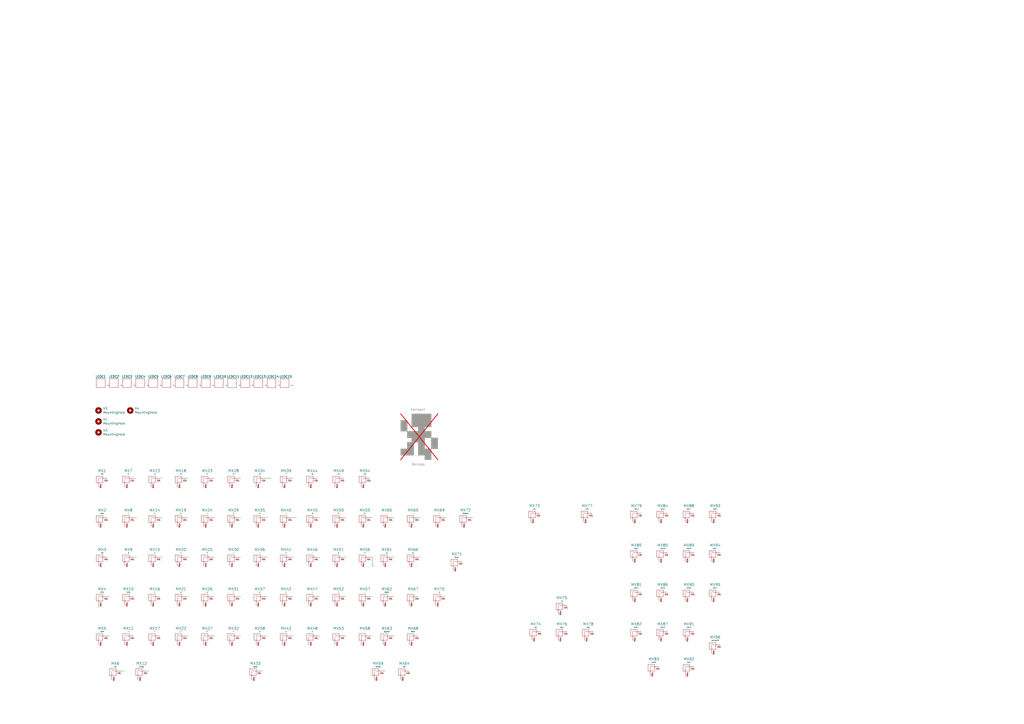
<source format=kicad_sch>
(kicad_sch
	(version 20231120)
	(generator "eeschema")
	(generator_version "8.0")
	(uuid "14d2be24-e894-4dc3-9020-12862a44e771")
	(paper "A2")
	(title_block
		(title "A500 Keyboard")
		(date "2021-12-04")
		(rev "0.0")
		(company "Henryk Richter")
	)
	(lib_symbols
		(symbol "Graphic:Logo_Open_Hardware_Small"
			(pin_numbers hide)
			(pin_names
				(offset 1.016) hide)
			(exclude_from_sim no)
			(in_bom yes)
			(on_board yes)
			(property "Reference" "baxlogo1"
				(at 1.27 8.255 0)
				(effects
					(font
						(size 1.27 1.27)
					)
				)
			)
			(property "Value" "Baxlogo"
				(at 1.27 -4.445 0)
				(effects
					(font
						(size 1.27 1.27)
					)
				)
			)
			(property "Footprint" "Bax:baxlogo"
				(at 1.27 1.27 0)
				(effects
					(font
						(size 1.27 1.27)
					)
					(hide yes)
				)
			)
			(property "Datasheet" "~"
				(at 1.27 1.27 0)
				(effects
					(font
						(size 1.27 1.27)
					)
					(hide yes)
				)
			)
			(property "Description" "Open Hardware logo, small"
				(at 0 0 0)
				(effects
					(font
						(size 1.27 1.27)
					)
					(hide yes)
				)
			)
			(property "ki_keywords" "Logo"
				(at 0 0 0)
				(effects
					(font
						(size 1.27 1.27)
					)
					(hide yes)
				)
			)
			(symbol "Logo_Open_Hardware_Small_0_0"
				(text ""
					(at 1.27 5.08 0)
					(effects
						(font
							(size 1.27 1.27)
						)
					)
				)
			)
			(symbol "Logo_Open_Hardware_Small_0_1"
				(rectangle
					(start -10.16 -7.62)
					(end -6.35 -11.43)
					(stroke
						(width 0)
						(type default)
					)
					(fill
						(type outline)
					)
				)
				(rectangle
					(start -10.16 8.89)
					(end -6.35 2.54)
					(stroke
						(width 0)
						(type default)
					)
					(fill
						(type outline)
					)
				)
				(rectangle
					(start -6.35 -3.81)
					(end -2.54 -11.43)
					(stroke
						(width 0)
						(type default)
					)
					(fill
						(type outline)
					)
				)
				(rectangle
					(start -6.35 2.54)
					(end 7.62 -1.27)
					(stroke
						(width 0)
						(type default)
					)
					(fill
						(type outline)
					)
				)
				(rectangle
					(start -3.81 -1.27)
					(end 0 -3.81)
					(stroke
						(width 0)
						(type default)
					)
					(fill
						(type outline)
					)
				)
				(rectangle
					(start -3.81 12.7)
					(end 7.62 5.08)
					(stroke
						(width 0)
						(type default)
					)
					(fill
						(type outline)
					)
				)
				(rectangle
					(start 0 -1.27)
					(end 3.81 -11.43)
					(stroke
						(width 0)
						(type default)
					)
					(fill
						(type outline)
					)
				)
				(rectangle
					(start 0 5.08)
					(end 3.81 2.54)
					(stroke
						(width 0)
						(type default)
					)
					(fill
						(type outline)
					)
				)
				(rectangle
					(start 1.27 6.35)
					(end 1.27 6.35)
					(stroke
						(width 0)
						(type default)
					)
					(fill
						(type none)
					)
				)
				(rectangle
					(start 1.27 6.35)
					(end 1.27 6.35)
					(stroke
						(width 0)
						(type default)
					)
					(fill
						(type none)
					)
				)
				(rectangle
					(start 3.81 -7.62)
					(end 7.62 -13.97)
					(stroke
						(width 0)
						(type default)
					)
					(fill
						(type outline)
					)
				)
				(rectangle
					(start 7.62 -1.27)
					(end 11.43 -7.62)
					(stroke
						(width 0)
						(type default)
					)
					(fill
						(type outline)
					)
				)
			)
		)
		(symbol "LED_Cutout_LIB:LED_Cutout"
			(pin_numbers hide)
			(pin_names
				(offset 0) hide)
			(exclude_from_sim no)
			(in_bom no)
			(on_board yes)
			(property "Reference" "LEDC"
				(at 0 3.556 0)
				(effects
					(font
						(size 1.27 1.27)
					)
				)
			)
			(property "Value" ""
				(at 0 0 0)
				(effects
					(font
						(size 1.27 1.27)
					)
				)
			)
			(property "Footprint" "LED_Cutout_Lib:LED_Cutout"
				(at 0 0 0)
				(effects
					(font
						(size 1.27 1.27)
					)
					(hide yes)
				)
			)
			(property "Datasheet" ""
				(at 0 0 0)
				(effects
					(font
						(size 1.27 1.27)
					)
					(hide yes)
				)
			)
			(property "Description" ""
				(at 0 0 0)
				(effects
					(font
						(size 1.27 1.27)
					)
					(hide yes)
				)
			)
			(symbol "LED_Cutout_0_1"
				(rectangle
					(start -2.54 2.54)
					(end 2.54 -2.54)
					(stroke
						(width 0)
						(type default)
					)
					(fill
						(type none)
					)
				)
			)
		)
		(symbol "MX_Hybrid:MX-NoLED"
			(pin_names
				(offset 1.016)
			)
			(exclude_from_sim no)
			(in_bom yes)
			(on_board yes)
			(property "Reference" "MX"
				(at -0.635 3.81 0)
				(effects
					(font
						(size 1.524 1.524)
					)
				)
			)
			(property "Value" "MX-NoLED"
				(at -0.635 1.27 0)
				(effects
					(font
						(size 0.508 0.508)
					)
				)
			)
			(property "Footprint" ""
				(at -15.875 -0.635 0)
				(effects
					(font
						(size 1.524 1.524)
					)
					(hide yes)
				)
			)
			(property "Datasheet" ""
				(at -15.875 -0.635 0)
				(effects
					(font
						(size 1.524 1.524)
					)
					(hide yes)
				)
			)
			(property "Description" ""
				(at 0 0 0)
				(effects
					(font
						(size 1.27 1.27)
					)
					(hide yes)
				)
			)
			(symbol "MX-NoLED_0_0"
				(rectangle
					(start -2.54 2.54)
					(end 1.27 -1.27)
					(stroke
						(width 0)
						(type solid)
					)
					(fill
						(type none)
					)
				)
				(polyline
					(pts
						(xy -1.27 -1.27) (xy -1.27 1.27)
					)
					(stroke
						(width 0.127)
						(type solid)
					)
					(fill
						(type none)
					)
				)
				(polyline
					(pts
						(xy 1.27 1.27) (xy 0 1.27) (xy -1.27 1.905)
					)
					(stroke
						(width 0.127)
						(type solid)
					)
					(fill
						(type none)
					)
				)
				(text "COL"
					(at 3.175 0 0)
					(effects
						(font
							(size 0.762 0.762)
						)
					)
				)
				(text "ROW"
					(at 0 -1.905 900)
					(effects
						(font
							(size 0.762 0.762)
						)
						(justify right)
					)
				)
			)
			(symbol "MX-NoLED_1_1"
				(pin passive line
					(at 3.81 1.27 180)
					(length 2.54)
					(name "COL"
						(effects
							(font
								(size 0 0)
							)
						)
					)
					(number "1"
						(effects
							(font
								(size 0 0)
							)
						)
					)
				)
				(pin passive line
					(at -1.27 -3.81 90)
					(length 2.54)
					(name "ROW"
						(effects
							(font
								(size 0 0)
							)
						)
					)
					(number "2"
						(effects
							(font
								(size 0 0)
							)
						)
					)
				)
			)
		)
		(symbol "Mechanical:MountingHole"
			(pin_names
				(offset 1.016)
			)
			(exclude_from_sim yes)
			(in_bom no)
			(on_board yes)
			(property "Reference" "H"
				(at 0 5.08 0)
				(effects
					(font
						(size 1.27 1.27)
					)
				)
			)
			(property "Value" "MountingHole"
				(at 0 3.175 0)
				(effects
					(font
						(size 1.27 1.27)
					)
				)
			)
			(property "Footprint" ""
				(at 0 0 0)
				(effects
					(font
						(size 1.27 1.27)
					)
					(hide yes)
				)
			)
			(property "Datasheet" "~"
				(at 0 0 0)
				(effects
					(font
						(size 1.27 1.27)
					)
					(hide yes)
				)
			)
			(property "Description" "Mounting Hole without connection"
				(at 0 0 0)
				(effects
					(font
						(size 1.27 1.27)
					)
					(hide yes)
				)
			)
			(property "ki_keywords" "mounting hole"
				(at 0 0 0)
				(effects
					(font
						(size 1.27 1.27)
					)
					(hide yes)
				)
			)
			(property "ki_fp_filters" "MountingHole*"
				(at 0 0 0)
				(effects
					(font
						(size 1.27 1.27)
					)
					(hide yes)
				)
			)
			(symbol "MountingHole_0_1"
				(circle
					(center 0 0)
					(radius 1.27)
					(stroke
						(width 1.27)
						(type default)
					)
					(fill
						(type none)
					)
				)
			)
		)
	)
	(wire
		(pts
			(xy 124.46 346.075) (xy 123.19 346.075)
		)
		(stroke
			(width 0)
			(type default)
		)
		(uuid "00326733-5f89-4fde-8cb3-3c162b7c547a")
	)
	(wire
		(pts
			(xy 77.47 300.355) (xy 79.375 300.355)
		)
		(stroke
			(width 0)
			(type default)
		)
		(uuid "057c22ec-4a6a-491e-a587-ac283b42db51")
	)
	(wire
		(pts
			(xy 139.7 346.075) (xy 138.43 346.075)
		)
		(stroke
			(width 0)
			(type default)
		)
		(uuid "083c6d11-7307-41bb-82dc-bb64bcfb52ae")
	)
	(wire
		(pts
			(xy 93.98 300.355) (xy 92.71 300.355)
		)
		(stroke
			(width 0)
			(type default)
		)
		(uuid "08b2b7e9-ac40-48f1-8ecb-535611d59f54")
	)
	(wire
		(pts
			(xy 243.84 323.215) (xy 242.57 323.215)
		)
		(stroke
			(width 0)
			(type default)
		)
		(uuid "0b680f72-708c-4086-8ccc-249b218e6e29")
	)
	(wire
		(pts
			(xy 85.09 389.255) (xy 86.36 389.255)
		)
		(stroke
			(width 0)
			(type default)
		)
		(uuid "1885bdb1-a4fb-417f-a7e0-13dca3a2190c")
	)
	(wire
		(pts
			(xy 200.66 300.355) (xy 199.39 300.355)
		)
		(stroke
			(width 0)
			(type default)
		)
		(uuid "190c7190-7819-4530-8ef4-4ac17953e65e")
	)
	(wire
		(pts
			(xy 215.9 368.935) (xy 214.63 368.935)
		)
		(stroke
			(width 0)
			(type default)
		)
		(uuid "1e192c2c-9df3-4be1-a6f5-ed373e8579b6")
	)
	(wire
		(pts
			(xy 243.84 300.355) (xy 242.57 300.355)
		)
		(stroke
			(width 0)
			(type default)
		)
		(uuid "23906f16-3886-4f04-933b-d46811c89d55")
	)
	(wire
		(pts
			(xy 154.94 323.215) (xy 153.67 323.215)
		)
		(stroke
			(width 0)
			(type default)
		)
		(uuid "2b6a5022-b013-4bb5-82aa-b2f13482c751")
	)
	(wire
		(pts
			(xy 154.94 300.355) (xy 153.67 300.355)
		)
		(stroke
			(width 0)
			(type default)
		)
		(uuid "3312c5f7-1378-496d-b5ef-30fbc3572af6")
	)
	(wire
		(pts
			(xy 92.71 277.495) (xy 93.98 277.495)
		)
		(stroke
			(width 0)
			(type default)
		)
		(uuid "3a5e401e-97d2-4718-8f04-db3d2ec156c1")
	)
	(wire
		(pts
			(xy 228.6 323.215) (xy 227.33 323.215)
		)
		(stroke
			(width 0)
			(type default)
		)
		(uuid "3d4c324e-9812-4c9c-a853-9b242089733b")
	)
	(wire
		(pts
			(xy 185.42 346.075) (xy 184.15 346.075)
		)
		(stroke
			(width 0)
			(type default)
		)
		(uuid "4df7bf65-4224-4fe4-9b72-c7abd746744a")
	)
	(wire
		(pts
			(xy 109.22 300.355) (xy 107.95 300.355)
		)
		(stroke
			(width 0)
			(type default)
		)
		(uuid "4fe68ef2-3042-4a2a-868a-b41b69d1ced1")
	)
	(wire
		(pts
			(xy 227.33 368.935) (xy 228.6 368.935)
		)
		(stroke
			(width 0)
			(type default)
		)
		(uuid "51011ee6-9cc4-4ae9-a1df-a9fde8d06f0f")
	)
	(wire
		(pts
			(xy 185.42 323.215) (xy 184.15 323.215)
		)
		(stroke
			(width 0)
			(type default)
		)
		(uuid "546ea576-6eeb-44ac-98a7-802ebba373c5")
	)
	(wire
		(pts
			(xy 377.19 391.795) (xy 377.19 392.43)
		)
		(stroke
			(width 0)
			(type default)
		)
		(uuid "54d78460-56ce-45d4-9c71-4f22ce16cf0d")
	)
	(wire
		(pts
			(xy 139.7 300.355) (xy 138.43 300.355)
		)
		(stroke
			(width 0)
			(type default)
		)
		(uuid "59ab7a24-3807-4742-942b-e5c4a9d8c52b")
	)
	(wire
		(pts
			(xy 77.47 323.215) (xy 79.375 323.215)
		)
		(stroke
			(width 0)
			(type default)
		)
		(uuid "5d27f995-3269-472d-bb93-05793e910d01")
	)
	(wire
		(pts
			(xy 93.98 323.215) (xy 92.71 323.215)
		)
		(stroke
			(width 0)
			(type default)
		)
		(uuid "65ea745a-49e2-46bc-84e2-8d777a1318cc")
	)
	(wire
		(pts
			(xy 185.42 300.355) (xy 184.15 300.355)
		)
		(stroke
			(width 0)
			(type default)
		)
		(uuid "66d1ea6a-4295-4794-a704-90f9f6388036")
	)
	(wire
		(pts
			(xy 397.51 392.43) (xy 397.51 391.795)
		)
		(stroke
			(width 0)
			(type default)
		)
		(uuid "67732015-9472-42a5-9f2b-e9b9b25538e1")
	)
	(wire
		(pts
			(xy 154.94 368.935) (xy 153.67 368.935)
		)
		(stroke
			(width 0)
			(type default)
		)
		(uuid "6e0146dd-e2a0-48e4-b590-37fd6b886e30")
	)
	(wire
		(pts
			(xy 109.22 277.495) (xy 107.95 277.495)
		)
		(stroke
			(width 0)
			(type default)
		)
		(uuid "73ee2bc3-8739-4f3e-8b80-aa1039a136e0")
	)
	(wire
		(pts
			(xy 139.7 323.215) (xy 138.43 323.215)
		)
		(stroke
			(width 0)
			(type default)
		)
		(uuid "749c668a-d043-4ec4-b45c-da083b636269")
	)
	(wire
		(pts
			(xy 124.46 323.215) (xy 123.19 323.215)
		)
		(stroke
			(width 0)
			(type default)
		)
		(uuid "779b6483-d1f1-49ae-9725-fd3b31faa97a")
	)
	(wire
		(pts
			(xy 153.67 277.495) (xy 157.48 277.495)
		)
		(stroke
			(width 0)
			(type default)
		)
		(uuid "7e83cf56-5517-4f13-9dc0-d641a6a6c655")
	)
	(wire
		(pts
			(xy 124.46 277.495) (xy 123.19 277.495)
		)
		(stroke
			(width 0)
			(type default)
		)
		(uuid "8152d107-70da-42ac-9427-81ae7e1c7102")
	)
	(wire
		(pts
			(xy 152.4 389.255) (xy 151.13 389.255)
		)
		(stroke
			(width 0)
			(type default)
		)
		(uuid "8214b8a7-a85e-49aa-9d9d-4435b5863c0b")
	)
	(wire
		(pts
			(xy 228.6 346.075) (xy 227.33 346.075)
		)
		(stroke
			(width 0)
			(type default)
		)
		(uuid "85ec3fd8-5e09-4716-86f5-8a3deeb8bdcd")
	)
	(wire
		(pts
			(xy 138.43 277.495) (xy 139.7 277.495)
		)
		(stroke
			(width 0)
			(type default)
		)
		(uuid "893cf177-8090-474c-9322-18db93230e69")
	)
	(wire
		(pts
			(xy 200.66 323.215) (xy 199.39 323.215)
		)
		(stroke
			(width 0)
			(type default)
		)
		(uuid "89a32534-7f8b-4c7a-a1c7-762373fbf1b9")
	)
	(wire
		(pts
			(xy 168.91 323.215) (xy 170.18 323.215)
		)
		(stroke
			(width 0)
			(type default)
		)
		(uuid "8b446106-71fa-45b3-a7ce-80ab09622882")
	)
	(wire
		(pts
			(xy 185.42 368.935) (xy 184.15 368.935)
		)
		(stroke
			(width 0)
			(type default)
		)
		(uuid "8fd24962-44e8-4e65-97b5-c76cb12b29b7")
	)
	(wire
		(pts
			(xy 259.08 300.355) (xy 257.81 300.355)
		)
		(stroke
			(width 0)
			(type default)
		)
		(uuid "9050e185-fc74-457b-bed1-f853e84082f7")
	)
	(wire
		(pts
			(xy 228.6 300.355) (xy 227.33 300.355)
		)
		(stroke
			(width 0)
			(type default)
		)
		(uuid "94b587b5-6829-49d9-a0ac-4a66beabb316")
	)
	(wire
		(pts
			(xy 217.17 328.295) (xy 215.9 328.295)
		)
		(stroke
			(width 0)
			(type default)
		)
		(uuid "95d0ff75-5ae0-4549-b7f9-d615fd933461")
	)
	(wire
		(pts
			(xy 200.66 368.935) (xy 199.39 368.935)
		)
		(stroke
			(width 0)
			(type default)
		)
		(uuid "975bac93-c4c5-4077-8b52-fd6ebf8aa6c9")
	)
	(wire
		(pts
			(xy 223.52 389.255) (xy 222.25 389.255)
		)
		(stroke
			(width 0)
			(type default)
		)
		(uuid "9b086cd4-5ff1-4b7d-a99d-e937b01b748b")
	)
	(wire
		(pts
			(xy 215.9 346.075) (xy 214.63 346.075)
		)
		(stroke
			(width 0)
			(type default)
		)
		(uuid "a22a6438-222b-40cc-a888-32832ded4950")
	)
	(wire
		(pts
			(xy 215.9 323.215) (xy 214.63 323.215)
		)
		(stroke
			(width 0)
			(type default)
		)
		(uuid "a8326d3d-ca36-4a5f-b03a-78da1847b6fd")
	)
	(wire
		(pts
			(xy 62.23 368.935) (xy 63.5 368.935)
		)
		(stroke
			(width 0)
			(type default)
		)
		(uuid "aaae9883-82a1-4baa-966f-f99ec2752d55")
	)
	(wire
		(pts
			(xy 139.7 368.935) (xy 138.43 368.935)
		)
		(stroke
			(width 0)
			(type default)
		)
		(uuid "aac9dd9e-0704-4c3b-a68d-f458415f5174")
	)
	(wire
		(pts
			(xy 69.85 389.255) (xy 72.39 389.255)
		)
		(stroke
			(width 0)
			(type default)
		)
		(uuid "abdf5824-32c1-445d-a549-da8ee03be931")
	)
	(wire
		(pts
			(xy 274.32 300.355) (xy 273.05 300.355)
		)
		(stroke
			(width 0)
			(type default)
		)
		(uuid "af06ab48-19b6-4248-b973-e5f7476cabc7")
	)
	(wire
		(pts
			(xy 62.23 346.075) (xy 63.5 346.075)
		)
		(stroke
			(width 0)
			(type default)
		)
		(uuid "b0cc5083-9086-4a57-8785-21ca0705ae6e")
	)
	(wire
		(pts
			(xy 170.18 346.075) (xy 168.91 346.075)
		)
		(stroke
			(width 0)
			(type default)
		)
		(uuid "bd8864e0-c548-43e0-a1d1-b3a3f0564637")
	)
	(wire
		(pts
			(xy 77.47 277.495) (xy 78.74 277.495)
		)
		(stroke
			(width 0)
			(type default)
		)
		(uuid "be70c8f9-a130-4b9b-a86a-2df64d3df4ed")
	)
	(wire
		(pts
			(xy 170.18 277.495) (xy 168.91 277.495)
		)
		(stroke
			(width 0)
			(type default)
		)
		(uuid "bf296387-c604-4cff-92b0-17a35427577e")
	)
	(wire
		(pts
			(xy 109.22 368.935) (xy 107.95 368.935)
		)
		(stroke
			(width 0)
			(type default)
		)
		(uuid "bf7f88ea-6e2c-4544-8da8-e6d21b787b54")
	)
	(wire
		(pts
			(xy 109.22 346.075) (xy 107.95 346.075)
		)
		(stroke
			(width 0)
			(type default)
		)
		(uuid "c21b4a10-8415-4743-81cd-d71d555a73bb")
	)
	(wire
		(pts
			(xy 109.22 323.215) (xy 107.95 323.215)
		)
		(stroke
			(width 0)
			(type default)
		)
		(uuid "c3697c2a-6c15-476a-ab48-85c66bdbb8a4")
	)
	(wire
		(pts
			(xy 170.18 368.935) (xy 168.91 368.935)
		)
		(stroke
			(width 0)
			(type default)
		)
		(uuid "c710bf6f-0a9f-43ad-a12f-f851cd83ea09")
	)
	(wire
		(pts
			(xy 124.46 300.355) (xy 123.19 300.355)
		)
		(stroke
			(width 0)
			(type default)
		)
		(uuid "cf1331b5-a798-4ab5-984b-bdbdb46cf0f6")
	)
	(wire
		(pts
			(xy 154.94 346.075) (xy 153.67 346.075)
		)
		(stroke
			(width 0)
			(type default)
		)
		(uuid "d1c8394f-354b-48d8-b205-009566ce2c6c")
	)
	(wire
		(pts
			(xy 57.15 351.155) (xy 57.15 352.425)
		)
		(stroke
			(width 0)
			(type default)
		)
		(uuid "d5a3633f-c013-4495-b1b3-836cfa44e0b9")
	)
	(wire
		(pts
			(xy 215.9 328.295) (xy 215.9 323.215)
		)
		(stroke
			(width 0)
			(type default)
		)
		(uuid "daf6dda2-312c-47a3-b49c-59589dee65b5")
	)
	(wire
		(pts
			(xy 200.66 346.075) (xy 199.39 346.075)
		)
		(stroke
			(width 0)
			(type default)
		)
		(uuid "e199577b-4c8b-475f-82a8-9c520cc11373")
	)
	(wire
		(pts
			(xy 214.63 300.355) (xy 215.9 300.355)
		)
		(stroke
			(width 0)
			(type default)
		)
		(uuid "f1479be3-4af8-4f7f-972e-bd48d4919160")
	)
	(wire
		(pts
			(xy 124.46 368.935) (xy 123.19 368.935)
		)
		(stroke
			(width 0)
			(type default)
		)
		(uuid "f4482202-76d7-46b3-98bf-77299b16b41d")
	)
	(wire
		(pts
			(xy 168.91 300.355) (xy 172.085 300.355)
		)
		(stroke
			(width 0)
			(type default)
		)
		(uuid "f569c8fd-49cf-435f-967c-896584271ed9")
	)
	(symbol
		(lib_id "MX_Hybrid:MX-NoLED")
		(at 58.42 278.765 0)
		(unit 1)
		(exclude_from_sim no)
		(in_bom yes)
		(on_board yes)
		(dnp no)
		(uuid "00000000-0000-0000-0000-000061b2455c")
		(property "Reference" "MX1"
			(at 59.2582 273.1008 0)
			(effects
				(font
					(size 1.524 1.524)
				)
			)
		)
		(property "Value" "ESC"
			(at 59.2582 274.9804 0)
			(effects
				(font
					(size 0.508 0.508)
				)
			)
		)
		(property "Footprint" "MXMitsumi:MXMitsumi-1U-PlateCutout_Square"
			(at 42.545 279.4 0)
			(effects
				(font
					(size 1.524 1.524)
				)
				(hide yes)
			)
		)
		(property "Datasheet" ""
			(at 42.545 279.4 0)
			(effects
				(font
					(size 1.524 1.524)
				)
				(hide yes)
			)
		)
		(property "Description" ""
			(at 58.42 278.765 0)
			(effects
				(font
					(size 1.27 1.27)
				)
				(hide yes)
			)
		)
		(pin "1"
			(uuid "244816bf-84c9-42f1-906e-290c831cbdac")
		)
		(pin "2"
			(uuid "1f779e19-f0b9-41b7-98c7-32554eb4e2b1")
		)
		(instances
			(project ""
				(path "/14d2be24-e894-4dc3-9020-12862a44e771"
					(reference "MX1")
					(unit 1)
				)
			)
		)
	)
	(symbol
		(lib_id "MX_Hybrid:MX-NoLED")
		(at 73.66 278.765 0)
		(unit 1)
		(exclude_from_sim no)
		(in_bom yes)
		(on_board yes)
		(dnp no)
		(uuid "00000000-0000-0000-0000-000061b80b8d")
		(property "Reference" "MX7"
			(at 74.4982 273.1008 0)
			(effects
				(font
					(size 1.524 1.524)
				)
			)
		)
		(property "Value" "F1"
			(at 74.4982 274.9804 0)
			(effects
				(font
					(size 0.508 0.508)
				)
			)
		)
		(property "Footprint" "MXMitsumi:MXMitsumi-1.25U-PlateCutout_Square"
			(at 57.785 279.4 0)
			(effects
				(font
					(size 1.524 1.524)
				)
				(hide yes)
			)
		)
		(property "Datasheet" ""
			(at 57.785 279.4 0)
			(effects
				(font
					(size 1.524 1.524)
				)
				(hide yes)
			)
		)
		(property "Description" ""
			(at 73.66 278.765 0)
			(effects
				(font
					(size 1.27 1.27)
				)
				(hide yes)
			)
		)
		(pin "1"
			(uuid "26f0e26b-c3ce-42b3-bfcf-22dad1964c20")
		)
		(pin "2"
			(uuid "ab710da1-b8e5-4848-a953-81e8bce4405c")
		)
		(instances
			(project ""
				(path "/14d2be24-e894-4dc3-9020-12862a44e771"
					(reference "MX7")
					(unit 1)
				)
			)
		)
	)
	(symbol
		(lib_id "MX_Hybrid:MX-NoLED")
		(at 88.9 278.765 0)
		(unit 1)
		(exclude_from_sim no)
		(in_bom yes)
		(on_board yes)
		(dnp no)
		(uuid "00000000-0000-0000-0000-000061b82198")
		(property "Reference" "MX13"
			(at 89.7382 273.1008 0)
			(effects
				(font
					(size 1.524 1.524)
				)
			)
		)
		(property "Value" "F2"
			(at 89.7382 274.9804 0)
			(effects
				(font
					(size 0.508 0.508)
				)
			)
		)
		(property "Footprint" "MXMitsumi:MXMitsumi-1.25U-PlateCutout_Square"
			(at 73.025 279.4 0)
			(effects
				(font
					(size 1.524 1.524)
				)
				(hide yes)
			)
		)
		(property "Datasheet" ""
			(at 73.025 279.4 0)
			(effects
				(font
					(size 1.524 1.524)
				)
				(hide yes)
			)
		)
		(property "Description" ""
			(at 88.9 278.765 0)
			(effects
				(font
					(size 1.27 1.27)
				)
				(hide yes)
			)
		)
		(pin "2"
			(uuid "5c4d3274-1137-48ea-964c-1151a1455e54")
		)
		(pin "1"
			(uuid "aafd0419-80b9-49ff-ad6b-57ab06737698")
		)
		(instances
			(project ""
				(path "/14d2be24-e894-4dc3-9020-12862a44e771"
					(reference "MX13")
					(unit 1)
				)
			)
		)
	)
	(symbol
		(lib_id "MX_Hybrid:MX-NoLED")
		(at 104.14 278.765 0)
		(unit 1)
		(exclude_from_sim no)
		(in_bom yes)
		(on_board yes)
		(dnp no)
		(uuid "00000000-0000-0000-0000-000061b8285b")
		(property "Reference" "MX18"
			(at 104.9782 273.1008 0)
			(effects
				(font
					(size 1.524 1.524)
				)
			)
		)
		(property "Value" "F3"
			(at 104.9782 274.9804 0)
			(effects
				(font
					(size 0.508 0.508)
				)
			)
		)
		(property "Footprint" "MXMitsumi:MXMitsumi-1.25U-PlateCutout_Square"
			(at 88.265 279.4 0)
			(effects
				(font
					(size 1.524 1.524)
				)
				(hide yes)
			)
		)
		(property "Datasheet" ""
			(at 88.265 279.4 0)
			(effects
				(font
					(size 1.524 1.524)
				)
				(hide yes)
			)
		)
		(property "Description" ""
			(at 104.14 278.765 0)
			(effects
				(font
					(size 1.27 1.27)
				)
				(hide yes)
			)
		)
		(pin "1"
			(uuid "5aaaaf13-ae1b-4371-8ff5-b5a411b13869")
		)
		(pin "2"
			(uuid "d2e82e51-ac09-4af4-a50b-eb67e34944dc")
		)
		(instances
			(project ""
				(path "/14d2be24-e894-4dc3-9020-12862a44e771"
					(reference "MX18")
					(unit 1)
				)
			)
		)
	)
	(symbol
		(lib_id "MX_Hybrid:MX-NoLED")
		(at 119.38 278.765 0)
		(unit 1)
		(exclude_from_sim no)
		(in_bom yes)
		(on_board yes)
		(dnp no)
		(uuid "00000000-0000-0000-0000-000061b83144")
		(property "Reference" "MX23"
			(at 120.2182 273.1008 0)
			(effects
				(font
					(size 1.524 1.524)
				)
			)
		)
		(property "Value" "F4"
			(at 120.2182 274.9804 0)
			(effects
				(font
					(size 0.508 0.508)
				)
			)
		)
		(property "Footprint" "MXMitsumi:MXMitsumi-1.25U-PlateCutout_Square"
			(at 103.505 279.4 0)
			(effects
				(font
					(size 1.524 1.524)
				)
				(hide yes)
			)
		)
		(property "Datasheet" ""
			(at 103.505 279.4 0)
			(effects
				(font
					(size 1.524 1.524)
				)
				(hide yes)
			)
		)
		(property "Description" ""
			(at 119.38 278.765 0)
			(effects
				(font
					(size 1.27 1.27)
				)
				(hide yes)
			)
		)
		(pin "2"
			(uuid "500c3c93-91aa-4260-9930-72c404ab9bc5")
		)
		(pin "1"
			(uuid "5f12e209-5876-4d2a-acc2-4f2b4c64d76d")
		)
		(instances
			(project ""
				(path "/14d2be24-e894-4dc3-9020-12862a44e771"
					(reference "MX23")
					(unit 1)
				)
			)
		)
	)
	(symbol
		(lib_id "MX_Hybrid:MX-NoLED")
		(at 134.62 278.765 0)
		(unit 1)
		(exclude_from_sim no)
		(in_bom yes)
		(on_board yes)
		(dnp no)
		(uuid "00000000-0000-0000-0000-000061b8370d")
		(property "Reference" "MX28"
			(at 135.4582 273.1008 0)
			(effects
				(font
					(size 1.524 1.524)
				)
			)
		)
		(property "Value" "F5"
			(at 135.4582 274.9804 0)
			(effects
				(font
					(size 0.508 0.508)
				)
			)
		)
		(property "Footprint" "MXMitsumi:MXMitsumi-1.25U-PlateCutout_Square"
			(at 118.745 279.4 0)
			(effects
				(font
					(size 1.524 1.524)
				)
				(hide yes)
			)
		)
		(property "Datasheet" ""
			(at 118.745 279.4 0)
			(effects
				(font
					(size 1.524 1.524)
				)
				(hide yes)
			)
		)
		(property "Description" ""
			(at 134.62 278.765 0)
			(effects
				(font
					(size 1.27 1.27)
				)
				(hide yes)
			)
		)
		(pin "2"
			(uuid "71f8c8a7-ec8e-4da8-9738-f71719e2b9ae")
		)
		(pin "1"
			(uuid "be3f1f68-c953-4326-9ecb-73a46493e337")
		)
		(instances
			(project ""
				(path "/14d2be24-e894-4dc3-9020-12862a44e771"
					(reference "MX28")
					(unit 1)
				)
			)
		)
	)
	(symbol
		(lib_id "MX_Hybrid:MX-NoLED")
		(at 149.86 278.765 0)
		(unit 1)
		(exclude_from_sim no)
		(in_bom yes)
		(on_board yes)
		(dnp no)
		(uuid "00000000-0000-0000-0000-000061b8c3a5")
		(property "Reference" "MX34"
			(at 150.6982 273.1008 0)
			(effects
				(font
					(size 1.524 1.524)
				)
			)
		)
		(property "Value" "F6"
			(at 150.6982 274.9804 0)
			(effects
				(font
					(size 0.508 0.508)
				)
			)
		)
		(property "Footprint" "MXMitsumi:MXMitsumi-1.25U-PlateCutout_Square"
			(at 133.985 279.4 0)
			(effects
				(font
					(size 1.524 1.524)
				)
				(hide yes)
			)
		)
		(property "Datasheet" ""
			(at 133.985 279.4 0)
			(effects
				(font
					(size 1.524 1.524)
				)
				(hide yes)
			)
		)
		(property "Description" ""
			(at 149.86 278.765 0)
			(effects
				(font
					(size 1.27 1.27)
				)
				(hide yes)
			)
		)
		(pin "2"
			(uuid "2ff0452a-5587-496f-8c44-58d16bd91fd0")
		)
		(pin "1"
			(uuid "bc1f0a01-b421-4d09-b252-0bd9a4292ea2")
		)
		(instances
			(project ""
				(path "/14d2be24-e894-4dc3-9020-12862a44e771"
					(reference "MX34")
					(unit 1)
				)
			)
		)
	)
	(symbol
		(lib_id "MX_Hybrid:MX-NoLED")
		(at 165.1 278.765 0)
		(unit 1)
		(exclude_from_sim no)
		(in_bom yes)
		(on_board yes)
		(dnp no)
		(uuid "00000000-0000-0000-0000-000061b8c3ab")
		(property "Reference" "MX39"
			(at 165.9382 273.1008 0)
			(effects
				(font
					(size 1.524 1.524)
				)
			)
		)
		(property "Value" "F7"
			(at 165.9382 274.9804 0)
			(effects
				(font
					(size 0.508 0.508)
				)
			)
		)
		(property "Footprint" "MXMitsumi:MXMitsumi-1.25U-PlateCutout_Square"
			(at 149.225 279.4 0)
			(effects
				(font
					(size 1.524 1.524)
				)
				(hide yes)
			)
		)
		(property "Datasheet" ""
			(at 149.225 279.4 0)
			(effects
				(font
					(size 1.524 1.524)
				)
				(hide yes)
			)
		)
		(property "Description" ""
			(at 165.1 278.765 0)
			(effects
				(font
					(size 1.27 1.27)
				)
				(hide yes)
			)
		)
		(pin "1"
			(uuid "a42c2ee7-52dc-4b50-ac2d-8c881fd09bfe")
		)
		(pin "2"
			(uuid "22eee9e5-8dca-443d-9cc7-c87b317bc2f3")
		)
		(instances
			(project ""
				(path "/14d2be24-e894-4dc3-9020-12862a44e771"
					(reference "MX39")
					(unit 1)
				)
			)
		)
	)
	(symbol
		(lib_id "MX_Hybrid:MX-NoLED")
		(at 180.34 278.765 0)
		(unit 1)
		(exclude_from_sim no)
		(in_bom yes)
		(on_board yes)
		(dnp no)
		(uuid "00000000-0000-0000-0000-000061b8c3b1")
		(property "Reference" "MX44"
			(at 181.1782 273.1008 0)
			(effects
				(font
					(size 1.524 1.524)
				)
			)
		)
		(property "Value" "F8"
			(at 181.1782 274.9804 0)
			(effects
				(font
					(size 0.508 0.508)
				)
			)
		)
		(property "Footprint" "MXMitsumi:MXMitsumi-1.25U-PlateCutout_Square"
			(at 164.465 279.4 0)
			(effects
				(font
					(size 1.524 1.524)
				)
				(hide yes)
			)
		)
		(property "Datasheet" ""
			(at 164.465 279.4 0)
			(effects
				(font
					(size 1.524 1.524)
				)
				(hide yes)
			)
		)
		(property "Description" ""
			(at 180.34 278.765 0)
			(effects
				(font
					(size 1.27 1.27)
				)
				(hide yes)
			)
		)
		(pin "1"
			(uuid "ecc867fe-6640-4f01-b743-a33e8a52d2ad")
		)
		(pin "2"
			(uuid "47656478-1903-4e77-882e-f58008291f8b")
		)
		(instances
			(project ""
				(path "/14d2be24-e894-4dc3-9020-12862a44e771"
					(reference "MX44")
					(unit 1)
				)
			)
		)
	)
	(symbol
		(lib_id "MX_Hybrid:MX-NoLED")
		(at 195.58 278.765 0)
		(unit 1)
		(exclude_from_sim no)
		(in_bom yes)
		(on_board yes)
		(dnp no)
		(uuid "00000000-0000-0000-0000-000061b8c3b7")
		(property "Reference" "MX49"
			(at 196.4182 273.1008 0)
			(effects
				(font
					(size 1.524 1.524)
				)
			)
		)
		(property "Value" "F9"
			(at 196.4182 274.9804 0)
			(effects
				(font
					(size 0.508 0.508)
				)
			)
		)
		(property "Footprint" "MXMitsumi:MXMitsumi-1.25U-PlateCutout_Square"
			(at 179.705 279.4 0)
			(effects
				(font
					(size 1.524 1.524)
				)
				(hide yes)
			)
		)
		(property "Datasheet" ""
			(at 179.705 279.4 0)
			(effects
				(font
					(size 1.524 1.524)
				)
				(hide yes)
			)
		)
		(property "Description" ""
			(at 195.58 278.765 0)
			(effects
				(font
					(size 1.27 1.27)
				)
				(hide yes)
			)
		)
		(pin "1"
			(uuid "e3a28922-deb9-4eb5-b852-9adf1c823af6")
		)
		(pin "2"
			(uuid "efc8bc01-9327-4e00-ae88-692483c7a1a3")
		)
		(instances
			(project ""
				(path "/14d2be24-e894-4dc3-9020-12862a44e771"
					(reference "MX49")
					(unit 1)
				)
			)
		)
	)
	(symbol
		(lib_id "MX_Hybrid:MX-NoLED")
		(at 210.82 278.765 0)
		(unit 1)
		(exclude_from_sim no)
		(in_bom yes)
		(on_board yes)
		(dnp no)
		(uuid "00000000-0000-0000-0000-000061b8c3bd")
		(property "Reference" "MX54"
			(at 211.6582 273.1008 0)
			(effects
				(font
					(size 1.524 1.524)
				)
			)
		)
		(property "Value" "F10"
			(at 211.6582 274.9804 0)
			(effects
				(font
					(size 0.508 0.508)
				)
			)
		)
		(property "Footprint" "MXMitsumi:MXMitsumi-1.25U-PlateCutout_Square"
			(at 194.945 279.4 0)
			(effects
				(font
					(size 1.524 1.524)
				)
				(hide yes)
			)
		)
		(property "Datasheet" ""
			(at 194.945 279.4 0)
			(effects
				(font
					(size 1.524 1.524)
				)
				(hide yes)
			)
		)
		(property "Description" ""
			(at 210.82 278.765 0)
			(effects
				(font
					(size 1.27 1.27)
				)
				(hide yes)
			)
		)
		(pin "1"
			(uuid "2f81d14b-7048-4b59-86d7-d086cbf12a33")
		)
		(pin "2"
			(uuid "b3c32d18-1cdc-454f-9705-540d0f50305c")
		)
		(instances
			(project ""
				(path "/14d2be24-e894-4dc3-9020-12862a44e771"
					(reference "MX54")
					(unit 1)
				)
			)
		)
	)
	(symbol
		(lib_id "MX_Hybrid:MX-NoLED")
		(at 58.42 301.625 0)
		(unit 1)
		(exclude_from_sim no)
		(in_bom yes)
		(on_board yes)
		(dnp no)
		(uuid "00000000-0000-0000-0000-000061b995e2")
		(property "Reference" "MX2"
			(at 59.2582 295.9608 0)
			(effects
				(font
					(size 1.524 1.524)
				)
			)
		)
		(property "Value" "tilde"
			(at 59.2582 297.8404 0)
			(effects
				(font
					(size 0.508 0.508)
				)
			)
		)
		(property "Footprint" "MXMitsumi:MXMitsumi-1.5U-PlateCutout"
			(at 42.545 302.26 0)
			(effects
				(font
					(size 1.524 1.524)
				)
				(hide yes)
			)
		)
		(property "Datasheet" ""
			(at 42.545 302.26 0)
			(effects
				(font
					(size 1.524 1.524)
				)
				(hide yes)
			)
		)
		(property "Description" ""
			(at 58.42 301.625 0)
			(effects
				(font
					(size 1.27 1.27)
				)
				(hide yes)
			)
		)
		(pin "1"
			(uuid "0261e096-62d9-4e09-9811-80144d2926bc")
		)
		(pin "2"
			(uuid "b753dfe0-862b-452e-a2c1-b03193021794")
		)
		(instances
			(project ""
				(path "/14d2be24-e894-4dc3-9020-12862a44e771"
					(reference "MX2")
					(unit 1)
				)
			)
		)
	)
	(symbol
		(lib_id "MX_Hybrid:MX-NoLED")
		(at 73.66 301.625 0)
		(unit 1)
		(exclude_from_sim no)
		(in_bom yes)
		(on_board yes)
		(dnp no)
		(uuid "00000000-0000-0000-0000-000061b995e8")
		(property "Reference" "MX8"
			(at 74.4982 295.9608 0)
			(effects
				(font
					(size 1.524 1.524)
				)
			)
		)
		(property "Value" "1"
			(at 74.4982 297.8404 0)
			(effects
				(font
					(size 0.508 0.508)
				)
			)
		)
		(property "Footprint" "MXMitsumi:MXMitsumi-1U-PlateCutout_Square"
			(at 57.785 302.26 0)
			(effects
				(font
					(size 1.524 1.524)
				)
				(hide yes)
			)
		)
		(property "Datasheet" ""
			(at 57.785 302.26 0)
			(effects
				(font
					(size 1.524 1.524)
				)
				(hide yes)
			)
		)
		(property "Description" ""
			(at 73.66 301.625 0)
			(effects
				(font
					(size 1.27 1.27)
				)
				(hide yes)
			)
		)
		(pin "2"
			(uuid "550a0f98-477a-45fc-89b1-b988a636ff1c")
		)
		(pin "1"
			(uuid "8b0e847f-7a62-413e-b9f9-a6d3b708fb63")
		)
		(instances
			(project ""
				(path "/14d2be24-e894-4dc3-9020-12862a44e771"
					(reference "MX8")
					(unit 1)
				)
			)
		)
	)
	(symbol
		(lib_id "MX_Hybrid:MX-NoLED")
		(at 88.9 301.625 0)
		(unit 1)
		(exclude_from_sim no)
		(in_bom yes)
		(on_board yes)
		(dnp no)
		(uuid "00000000-0000-0000-0000-000061b995ee")
		(property "Reference" "MX14"
			(at 89.7382 295.9608 0)
			(effects
				(font
					(size 1.524 1.524)
				)
			)
		)
		(property "Value" "2"
			(at 89.7382 297.8404 0)
			(effects
				(font
					(size 0.508 0.508)
				)
			)
		)
		(property "Footprint" "MXMitsumi:MXMitsumi-1U-PlateCutout_Square"
			(at 73.025 302.26 0)
			(effects
				(font
					(size 1.524 1.524)
				)
				(hide yes)
			)
		)
		(property "Datasheet" ""
			(at 73.025 302.26 0)
			(effects
				(font
					(size 1.524 1.524)
				)
				(hide yes)
			)
		)
		(property "Description" ""
			(at 88.9 301.625 0)
			(effects
				(font
					(size 1.27 1.27)
				)
				(hide yes)
			)
		)
		(pin "2"
			(uuid "72e9b437-5eb9-4076-b1c0-bb4c9b2ef5a8")
		)
		(pin "1"
			(uuid "e6da82e2-a3b5-4a8b-8266-629ae1953485")
		)
		(instances
			(project ""
				(path "/14d2be24-e894-4dc3-9020-12862a44e771"
					(reference "MX14")
					(unit 1)
				)
			)
		)
	)
	(symbol
		(lib_id "MX_Hybrid:MX-NoLED")
		(at 104.14 301.625 0)
		(unit 1)
		(exclude_from_sim no)
		(in_bom yes)
		(on_board yes)
		(dnp no)
		(uuid "00000000-0000-0000-0000-000061b995f4")
		(property "Reference" "MX19"
			(at 104.9782 295.9608 0)
			(effects
				(font
					(size 1.524 1.524)
				)
			)
		)
		(property "Value" "3"
			(at 104.9782 297.8404 0)
			(effects
				(font
					(size 0.508 0.508)
				)
			)
		)
		(property "Footprint" "MXMitsumi:MXMitsumi-1U-PlateCutout_Square"
			(at 88.265 302.26 0)
			(effects
				(font
					(size 1.524 1.524)
				)
				(hide yes)
			)
		)
		(property "Datasheet" ""
			(at 88.265 302.26 0)
			(effects
				(font
					(size 1.524 1.524)
				)
				(hide yes)
			)
		)
		(property "Description" ""
			(at 104.14 301.625 0)
			(effects
				(font
					(size 1.27 1.27)
				)
				(hide yes)
			)
		)
		(pin "2"
			(uuid "28d367ea-65f3-4f5c-971d-374df865b4e7")
		)
		(pin "1"
			(uuid "c29620c4-b1d5-4a35-9619-fe09b29e5252")
		)
		(instances
			(project ""
				(path "/14d2be24-e894-4dc3-9020-12862a44e771"
					(reference "MX19")
					(unit 1)
				)
			)
		)
	)
	(symbol
		(lib_id "MX_Hybrid:MX-NoLED")
		(at 119.38 301.625 0)
		(unit 1)
		(exclude_from_sim no)
		(in_bom yes)
		(on_board yes)
		(dnp no)
		(uuid "00000000-0000-0000-0000-000061b995fa")
		(property "Reference" "MX24"
			(at 120.2182 295.9608 0)
			(effects
				(font
					(size 1.524 1.524)
				)
			)
		)
		(property "Value" "4"
			(at 120.2182 297.8404 0)
			(effects
				(font
					(size 0.508 0.508)
				)
			)
		)
		(property "Footprint" "MXMitsumi:MXMitsumi-1U-PlateCutout_Square"
			(at 103.505 302.26 0)
			(effects
				(font
					(size 1.524 1.524)
				)
				(hide yes)
			)
		)
		(property "Datasheet" ""
			(at 103.505 302.26 0)
			(effects
				(font
					(size 1.524 1.524)
				)
				(hide yes)
			)
		)
		(property "Description" ""
			(at 119.38 301.625 0)
			(effects
				(font
					(size 1.27 1.27)
				)
				(hide yes)
			)
		)
		(pin "2"
			(uuid "868bfd52-493b-45e3-8771-3cf4450950be")
		)
		(pin "1"
			(uuid "d0fb8d83-60d3-4087-bd39-b05ee94b7ea0")
		)
		(instances
			(project ""
				(path "/14d2be24-e894-4dc3-9020-12862a44e771"
					(reference "MX24")
					(unit 1)
				)
			)
		)
	)
	(symbol
		(lib_id "MX_Hybrid:MX-NoLED")
		(at 134.62 301.625 0)
		(unit 1)
		(exclude_from_sim no)
		(in_bom yes)
		(on_board yes)
		(dnp no)
		(uuid "00000000-0000-0000-0000-000061b99600")
		(property "Reference" "MX29"
			(at 135.4582 295.9608 0)
			(effects
				(font
					(size 1.524 1.524)
				)
			)
		)
		(property "Value" "5"
			(at 135.4582 297.8404 0)
			(effects
				(font
					(size 0.508 0.508)
				)
			)
		)
		(property "Footprint" "MXMitsumi:MXMitsumi-1U-PlateCutout_Square"
			(at 118.745 302.26 0)
			(effects
				(font
					(size 1.524 1.524)
				)
				(hide yes)
			)
		)
		(property "Datasheet" ""
			(at 118.745 302.26 0)
			(effects
				(font
					(size 1.524 1.524)
				)
				(hide yes)
			)
		)
		(property "Description" ""
			(at 134.62 301.625 0)
			(effects
				(font
					(size 1.27 1.27)
				)
				(hide yes)
			)
		)
		(pin "1"
			(uuid "3e27d8d0-4a81-4e74-a7f5-90c6d83ebd11")
		)
		(pin "2"
			(uuid "1b8f5818-8b91-4638-812e-b31109fca2ed")
		)
		(instances
			(project ""
				(path "/14d2be24-e894-4dc3-9020-12862a44e771"
					(reference "MX29")
					(unit 1)
				)
			)
		)
	)
	(symbol
		(lib_id "MX_Hybrid:MX-NoLED")
		(at 149.86 301.625 0)
		(unit 1)
		(exclude_from_sim no)
		(in_bom yes)
		(on_board yes)
		(dnp no)
		(uuid "00000000-0000-0000-0000-000061b99606")
		(property "Reference" "MX35"
			(at 150.6982 295.9608 0)
			(effects
				(font
					(size 1.524 1.524)
				)
			)
		)
		(property "Value" "6"
			(at 150.6982 297.8404 0)
			(effects
				(font
					(size 0.508 0.508)
				)
			)
		)
		(property "Footprint" "MXMitsumi:MXMitsumi-1U-PlateCutout_Square"
			(at 133.985 302.26 0)
			(effects
				(font
					(size 1.524 1.524)
				)
				(hide yes)
			)
		)
		(property "Datasheet" ""
			(at 133.985 302.26 0)
			(effects
				(font
					(size 1.524 1.524)
				)
				(hide yes)
			)
		)
		(property "Description" ""
			(at 149.86 301.625 0)
			(effects
				(font
					(size 1.27 1.27)
				)
				(hide yes)
			)
		)
		(pin "1"
			(uuid "16c2f367-ebf7-4844-9d11-87cbad291cf2")
		)
		(pin "2"
			(uuid "04a1aaf0-e92f-4c2a-9eed-046cd08eb4ec")
		)
		(instances
			(project ""
				(path "/14d2be24-e894-4dc3-9020-12862a44e771"
					(reference "MX35")
					(unit 1)
				)
			)
		)
	)
	(symbol
		(lib_id "MX_Hybrid:MX-NoLED")
		(at 165.1 301.625 0)
		(unit 1)
		(exclude_from_sim no)
		(in_bom yes)
		(on_board yes)
		(dnp no)
		(uuid "00000000-0000-0000-0000-000061b9960c")
		(property "Reference" "MX40"
			(at 165.9382 295.9608 0)
			(effects
				(font
					(size 1.524 1.524)
				)
			)
		)
		(property "Value" "7"
			(at 165.9382 297.8404 0)
			(effects
				(font
					(size 0.508 0.508)
				)
			)
		)
		(property "Footprint" "MXMitsumi:MXMitsumi-1U-PlateCutout_Square"
			(at 149.225 302.26 0)
			(effects
				(font
					(size 1.524 1.524)
				)
				(hide yes)
			)
		)
		(property "Datasheet" ""
			(at 149.225 302.26 0)
			(effects
				(font
					(size 1.524 1.524)
				)
				(hide yes)
			)
		)
		(property "Description" ""
			(at 165.1 301.625 0)
			(effects
				(font
					(size 1.27 1.27)
				)
				(hide yes)
			)
		)
		(pin "1"
			(uuid "95a2bb0d-75f4-46f5-ad13-1b5a09c36338")
		)
		(pin "2"
			(uuid "a66ae9ba-75f5-48a9-8728-e4d7e1adeec2")
		)
		(instances
			(project ""
				(path "/14d2be24-e894-4dc3-9020-12862a44e771"
					(reference "MX40")
					(unit 1)
				)
			)
		)
	)
	(symbol
		(lib_id "MX_Hybrid:MX-NoLED")
		(at 180.34 301.625 0)
		(unit 1)
		(exclude_from_sim no)
		(in_bom yes)
		(on_board yes)
		(dnp no)
		(uuid "00000000-0000-0000-0000-000061b99612")
		(property "Reference" "MX45"
			(at 181.1782 295.9608 0)
			(effects
				(font
					(size 1.524 1.524)
				)
			)
		)
		(property "Value" "8"
			(at 181.1782 297.8404 0)
			(effects
				(font
					(size 0.508 0.508)
				)
			)
		)
		(property "Footprint" "MXMitsumi:MXMitsumi-1U-PlateCutout_Square"
			(at 164.465 302.26 0)
			(effects
				(font
					(size 1.524 1.524)
				)
				(hide yes)
			)
		)
		(property "Datasheet" ""
			(at 164.465 302.26 0)
			(effects
				(font
					(size 1.524 1.524)
				)
				(hide yes)
			)
		)
		(property "Description" ""
			(at 180.34 301.625 0)
			(effects
				(font
					(size 1.27 1.27)
				)
				(hide yes)
			)
		)
		(pin "2"
			(uuid "9aee9cb8-8dbc-4222-bc35-4ebf3c4b7d90")
		)
		(pin "1"
			(uuid "8606a2d2-3561-469f-a947-8e29e1698ef7")
		)
		(instances
			(project ""
				(path "/14d2be24-e894-4dc3-9020-12862a44e771"
					(reference "MX45")
					(unit 1)
				)
			)
		)
	)
	(symbol
		(lib_id "MX_Hybrid:MX-NoLED")
		(at 195.58 301.625 0)
		(unit 1)
		(exclude_from_sim no)
		(in_bom yes)
		(on_board yes)
		(dnp no)
		(uuid "00000000-0000-0000-0000-000061b99618")
		(property "Reference" "MX50"
			(at 196.4182 295.9608 0)
			(effects
				(font
					(size 1.524 1.524)
				)
			)
		)
		(property "Value" "9"
			(at 196.4182 297.8404 0)
			(effects
				(font
					(size 0.508 0.508)
				)
			)
		)
		(property "Footprint" "MXMitsumi:MXMitsumi-1U-PlateCutout_Square"
			(at 179.705 302.26 0)
			(effects
				(font
					(size 1.524 1.524)
				)
				(hide yes)
			)
		)
		(property "Datasheet" ""
			(at 179.705 302.26 0)
			(effects
				(font
					(size 1.524 1.524)
				)
				(hide yes)
			)
		)
		(property "Description" ""
			(at 195.58 301.625 0)
			(effects
				(font
					(size 1.27 1.27)
				)
				(hide yes)
			)
		)
		(pin "2"
			(uuid "29756211-f0b0-43f8-9cda-b9bf26dea2cf")
		)
		(pin "1"
			(uuid "b2d919f2-e717-445c-8a24-593372406fdb")
		)
		(instances
			(project ""
				(path "/14d2be24-e894-4dc3-9020-12862a44e771"
					(reference "MX50")
					(unit 1)
				)
			)
		)
	)
	(symbol
		(lib_id "MX_Hybrid:MX-NoLED")
		(at 210.82 301.625 0)
		(unit 1)
		(exclude_from_sim no)
		(in_bom yes)
		(on_board yes)
		(dnp no)
		(uuid "00000000-0000-0000-0000-000061b9961e")
		(property "Reference" "MX55"
			(at 211.6582 295.9608 0)
			(effects
				(font
					(size 1.524 1.524)
				)
			)
		)
		(property "Value" "0"
			(at 211.6582 297.8404 0)
			(effects
				(font
					(size 0.508 0.508)
				)
			)
		)
		(property "Footprint" "MXMitsumi:MXMitsumi-1U-PlateCutout_Square"
			(at 194.945 302.26 0)
			(effects
				(font
					(size 1.524 1.524)
				)
				(hide yes)
			)
		)
		(property "Datasheet" ""
			(at 194.945 302.26 0)
			(effects
				(font
					(size 1.524 1.524)
				)
				(hide yes)
			)
		)
		(property "Description" ""
			(at 210.82 301.625 0)
			(effects
				(font
					(size 1.27 1.27)
				)
				(hide yes)
			)
		)
		(pin "1"
			(uuid "d2add0a0-edbf-46d0-b4e1-bbd957ae9430")
		)
		(pin "2"
			(uuid "7074e309-c162-4a42-860a-f0a83c4254f4")
		)
		(instances
			(project ""
				(path "/14d2be24-e894-4dc3-9020-12862a44e771"
					(reference "MX55")
					(unit 1)
				)
			)
		)
	)
	(symbol
		(lib_id "MX_Hybrid:MX-NoLED")
		(at 223.52 301.625 0)
		(unit 1)
		(exclude_from_sim no)
		(in_bom yes)
		(on_board yes)
		(dnp no)
		(uuid "00000000-0000-0000-0000-000061b9b6d8")
		(property "Reference" "MX60"
			(at 224.3582 295.9608 0)
			(effects
				(font
					(size 1.524 1.524)
				)
			)
		)
		(property "Value" "-"
			(at 224.3582 297.8404 0)
			(effects
				(font
					(size 0.508 0.508)
				)
			)
		)
		(property "Footprint" "MXMitsumi:MXMitsumi-1U-PlateCutout_Square"
			(at 207.645 302.26 0)
			(effects
				(font
					(size 1.524 1.524)
				)
				(hide yes)
			)
		)
		(property "Datasheet" ""
			(at 207.645 302.26 0)
			(effects
				(font
					(size 1.524 1.524)
				)
				(hide yes)
			)
		)
		(property "Description" ""
			(at 223.52 301.625 0)
			(effects
				(font
					(size 1.27 1.27)
				)
				(hide yes)
			)
		)
		(pin "1"
			(uuid "7a9ace61-9694-427f-a4fc-a9874d62393c")
		)
		(pin "2"
			(uuid "86c8fee5-7a33-4b40-8bfa-1a996c9e9e24")
		)
		(instances
			(project ""
				(path "/14d2be24-e894-4dc3-9020-12862a44e771"
					(reference "MX60")
					(unit 1)
				)
			)
		)
	)
	(symbol
		(lib_id "MX_Hybrid:MX-NoLED")
		(at 238.76 301.625 0)
		(unit 1)
		(exclude_from_sim no)
		(in_bom yes)
		(on_board yes)
		(dnp no)
		(uuid "00000000-0000-0000-0000-000061b9b6de")
		(property "Reference" "MX65"
			(at 239.5982 295.9608 0)
			(effects
				(font
					(size 1.524 1.524)
				)
			)
		)
		(property "Value" "+"
			(at 239.5982 297.8404 0)
			(effects
				(font
					(size 0.508 0.508)
				)
			)
		)
		(property "Footprint" "MXMitsumi:MXMitsumi-1U-PlateCutout_Square"
			(at 222.885 302.26 0)
			(effects
				(font
					(size 1.524 1.524)
				)
				(hide yes)
			)
		)
		(property "Datasheet" ""
			(at 222.885 302.26 0)
			(effects
				(font
					(size 1.524 1.524)
				)
				(hide yes)
			)
		)
		(property "Description" ""
			(at 238.76 301.625 0)
			(effects
				(font
					(size 1.27 1.27)
				)
				(hide yes)
			)
		)
		(pin "1"
			(uuid "987a0874-2cab-4823-9af8-f7209c968fcc")
		)
		(pin "2"
			(uuid "d4de55dd-6215-4d97-9c0d-618906ce3b3b")
		)
		(instances
			(project ""
				(path "/14d2be24-e894-4dc3-9020-12862a44e771"
					(reference "MX65")
					(unit 1)
				)
			)
		)
	)
	(symbol
		(lib_id "MX_Hybrid:MX-NoLED")
		(at 254 301.625 0)
		(unit 1)
		(exclude_from_sim no)
		(in_bom yes)
		(on_board yes)
		(dnp no)
		(uuid "00000000-0000-0000-0000-000061b9b6e4")
		(property "Reference" "MX69"
			(at 254.8382 295.9608 0)
			(effects
				(font
					(size 1.524 1.524)
				)
			)
		)
		(property "Value" "\\"
			(at 254.8382 297.8404 0)
			(effects
				(font
					(size 0.508 0.508)
				)
			)
		)
		(property "Footprint" "MXMitsumi:MXMitsumi-1U-PlateCutout_Square"
			(at 238.125 302.26 0)
			(effects
				(font
					(size 1.524 1.524)
				)
				(hide yes)
			)
		)
		(property "Datasheet" ""
			(at 238.125 302.26 0)
			(effects
				(font
					(size 1.524 1.524)
				)
				(hide yes)
			)
		)
		(property "Description" ""
			(at 254 301.625 0)
			(effects
				(font
					(size 1.27 1.27)
				)
				(hide yes)
			)
		)
		(pin "2"
			(uuid "d961432c-77f9-4817-a80f-3957c9581b52")
		)
		(pin "1"
			(uuid "8b6e5002-2f23-49a9-8a7b-2686c4d9ee82")
		)
		(instances
			(project ""
				(path "/14d2be24-e894-4dc3-9020-12862a44e771"
					(reference "MX69")
					(unit 1)
				)
			)
		)
	)
	(symbol
		(lib_id "MX_Hybrid:MX-NoLED")
		(at 269.24 301.625 0)
		(unit 1)
		(exclude_from_sim no)
		(in_bom yes)
		(on_board yes)
		(dnp no)
		(uuid "00000000-0000-0000-0000-000061b9b6ea")
		(property "Reference" "MX72"
			(at 270.0782 295.9608 0)
			(effects
				(font
					(size 1.524 1.524)
				)
			)
		)
		(property "Value" "BkSpace"
			(at 270.0782 297.8404 0)
			(effects
				(font
					(size 0.508 0.508)
				)
			)
		)
		(property "Footprint" "MXMitsumi:MXMitsumi-1U-PlateCutout_Square"
			(at 253.365 302.26 0)
			(effects
				(font
					(size 1.524 1.524)
				)
				(hide yes)
			)
		)
		(property "Datasheet" ""
			(at 253.365 302.26 0)
			(effects
				(font
					(size 1.524 1.524)
				)
				(hide yes)
			)
		)
		(property "Description" ""
			(at 269.24 301.625 0)
			(effects
				(font
					(size 1.27 1.27)
				)
				(hide yes)
			)
		)
		(pin "1"
			(uuid "769b84fe-193e-4eaa-9965-6381e4b42300")
		)
		(pin "2"
			(uuid "0095403c-0a27-4c30-b02a-56f41ce7b8a3")
		)
		(instances
			(project ""
				(path "/14d2be24-e894-4dc3-9020-12862a44e771"
					(reference "MX72")
					(unit 1)
				)
			)
		)
	)
	(symbol
		(lib_id "MX_Hybrid:MX-NoLED")
		(at 58.42 324.485 0)
		(unit 1)
		(exclude_from_sim no)
		(in_bom yes)
		(on_board yes)
		(dnp no)
		(uuid "00000000-0000-0000-0000-000061ba3e27")
		(property "Reference" "MX3"
			(at 59.2582 318.8208 0)
			(effects
				(font
					(size 1.524 1.524)
				)
			)
		)
		(property "Value" "Tab"
			(at 59.2582 320.7004 0)
			(effects
				(font
					(size 0.508 0.508)
				)
			)
		)
		(property "Footprint" "MXMitsumi:MXMitsumi-2U-PlateCutout_Cherry"
			(at 42.545 325.12 0)
			(effects
				(font
					(size 1.524 1.524)
				)
				(hide yes)
			)
		)
		(property "Datasheet" ""
			(at 42.545 325.12 0)
			(effects
				(font
					(size 1.524 1.524)
				)
				(hide yes)
			)
		)
		(property "Description" ""
			(at 58.42 324.485 0)
			(effects
				(font
					(size 1.27 1.27)
				)
				(hide yes)
			)
		)
		(pin "2"
			(uuid "0f773b11-7c36-4cf1-a092-a2fdb1463cbe")
		)
		(pin "1"
			(uuid "c92f4ea9-3fbc-47f4-9894-ef848cfc6b8b")
		)
		(instances
			(project ""
				(path "/14d2be24-e894-4dc3-9020-12862a44e771"
					(reference "MX3")
					(unit 1)
				)
			)
		)
	)
	(symbol
		(lib_id "MX_Hybrid:MX-NoLED")
		(at 73.66 324.485 0)
		(unit 1)
		(exclude_from_sim no)
		(in_bom yes)
		(on_board yes)
		(dnp no)
		(uuid "00000000-0000-0000-0000-000061ba3e2d")
		(property "Reference" "MX9"
			(at 74.4982 318.8208 0)
			(effects
				(font
					(size 1.524 1.524)
				)
			)
		)
		(property "Value" "Q"
			(at 74.4982 320.7004 0)
			(effects
				(font
					(size 0.508 0.508)
				)
			)
		)
		(property "Footprint" "MXMitsumi:MXMitsumi-1U-PlateCutout_Square"
			(at 57.785 325.12 0)
			(effects
				(font
					(size 1.524 1.524)
				)
				(hide yes)
			)
		)
		(property "Datasheet" ""
			(at 57.785 325.12 0)
			(effects
				(font
					(size 1.524 1.524)
				)
				(hide yes)
			)
		)
		(property "Description" ""
			(at 73.66 324.485 0)
			(effects
				(font
					(size 1.27 1.27)
				)
				(hide yes)
			)
		)
		(pin "1"
			(uuid "4854867b-c081-400e-ae8d-04370226d6d4")
		)
		(pin "2"
			(uuid "7a9fabea-f189-4f1a-b4c2-954232257f45")
		)
		(instances
			(project ""
				(path "/14d2be24-e894-4dc3-9020-12862a44e771"
					(reference "MX9")
					(unit 1)
				)
			)
		)
	)
	(symbol
		(lib_id "MX_Hybrid:MX-NoLED")
		(at 88.9 324.485 0)
		(unit 1)
		(exclude_from_sim no)
		(in_bom yes)
		(on_board yes)
		(dnp no)
		(uuid "00000000-0000-0000-0000-000061ba3e33")
		(property "Reference" "MX15"
			(at 89.7382 318.8208 0)
			(effects
				(font
					(size 1.524 1.524)
				)
			)
		)
		(property "Value" "W"
			(at 89.7382 320.7004 0)
			(effects
				(font
					(size 0.508 0.508)
				)
			)
		)
		(property "Footprint" "MXMitsumi:MXMitsumi-1U-PlateCutout_Square"
			(at 73.025 325.12 0)
			(effects
				(font
					(size 1.524 1.524)
				)
				(hide yes)
			)
		)
		(property "Datasheet" ""
			(at 73.025 325.12 0)
			(effects
				(font
					(size 1.524 1.524)
				)
				(hide yes)
			)
		)
		(property "Description" ""
			(at 88.9 324.485 0)
			(effects
				(font
					(size 1.27 1.27)
				)
				(hide yes)
			)
		)
		(pin "1"
			(uuid "a52203a8-88bc-43e0-aaf4-fe475daf29e2")
		)
		(pin "2"
			(uuid "e7453b13-2b36-4521-8042-8a76023365b8")
		)
		(instances
			(project ""
				(path "/14d2be24-e894-4dc3-9020-12862a44e771"
					(reference "MX15")
					(unit 1)
				)
			)
		)
	)
	(symbol
		(lib_id "MX_Hybrid:MX-NoLED")
		(at 104.14 324.485 0)
		(unit 1)
		(exclude_from_sim no)
		(in_bom yes)
		(on_board yes)
		(dnp no)
		(uuid "00000000-0000-0000-0000-000061ba3e39")
		(property "Reference" "MX20"
			(at 104.9782 318.8208 0)
			(effects
				(font
					(size 1.524 1.524)
				)
			)
		)
		(property "Value" "E"
			(at 104.9782 320.7004 0)
			(effects
				(font
					(size 0.508 0.508)
				)
			)
		)
		(property "Footprint" "MXMitsumi:MXMitsumi-1U-PlateCutout_Square"
			(at 88.265 325.12 0)
			(effects
				(font
					(size 1.524 1.524)
				)
				(hide yes)
			)
		)
		(property "Datasheet" ""
			(at 88.265 325.12 0)
			(effects
				(font
					(size 1.524 1.524)
				)
				(hide yes)
			)
		)
		(property "Description" ""
			(at 104.14 324.485 0)
			(effects
				(font
					(size 1.27 1.27)
				)
				(hide yes)
			)
		)
		(pin "2"
			(uuid "e636d125-88d2-42c7-a040-4ae0600b8127")
		)
		(pin "1"
			(uuid "2647d207-3805-4696-88e1-b9528e6df065")
		)
		(instances
			(project ""
				(path "/14d2be24-e894-4dc3-9020-12862a44e771"
					(reference "MX20")
					(unit 1)
				)
			)
		)
	)
	(symbol
		(lib_id "MX_Hybrid:MX-NoLED")
		(at 119.38 324.485 0)
		(unit 1)
		(exclude_from_sim no)
		(in_bom yes)
		(on_board yes)
		(dnp no)
		(uuid "00000000-0000-0000-0000-000061ba3e3f")
		(property "Reference" "MX25"
			(at 120.2182 318.8208 0)
			(effects
				(font
					(size 1.524 1.524)
				)
			)
		)
		(property "Value" "R"
			(at 120.2182 320.7004 0)
			(effects
				(font
					(size 0.508 0.508)
				)
			)
		)
		(property "Footprint" "MXMitsumi:MXMitsumi-1U-PlateCutout_Square"
			(at 103.505 325.12 0)
			(effects
				(font
					(size 1.524 1.524)
				)
				(hide yes)
			)
		)
		(property "Datasheet" ""
			(at 103.505 325.12 0)
			(effects
				(font
					(size 1.524 1.524)
				)
				(hide yes)
			)
		)
		(property "Description" ""
			(at 119.38 324.485 0)
			(effects
				(font
					(size 1.27 1.27)
				)
				(hide yes)
			)
		)
		(pin "1"
			(uuid "25be55f5-246d-416d-b65e-bc3aa163bc1b")
		)
		(pin "2"
			(uuid "cbd57861-fefb-444d-ab16-2f5f6d5a6352")
		)
		(instances
			(project ""
				(path "/14d2be24-e894-4dc3-9020-12862a44e771"
					(reference "MX25")
					(unit 1)
				)
			)
		)
	)
	(symbol
		(lib_id "MX_Hybrid:MX-NoLED")
		(at 134.62 324.485 0)
		(unit 1)
		(exclude_from_sim no)
		(in_bom yes)
		(on_board yes)
		(dnp no)
		(uuid "00000000-0000-0000-0000-000061ba3e45")
		(property "Reference" "MX30"
			(at 135.4582 318.8208 0)
			(effects
				(font
					(size 1.524 1.524)
				)
			)
		)
		(property "Value" "T"
			(at 135.4582 320.7004 0)
			(effects
				(font
					(size 0.508 0.508)
				)
			)
		)
		(property "Footprint" "MXMitsumi:MXMitsumi-1U-PlateCutout_Square"
			(at 118.745 325.12 0)
			(effects
				(font
					(size 1.524 1.524)
				)
				(hide yes)
			)
		)
		(property "Datasheet" ""
			(at 118.745 325.12 0)
			(effects
				(font
					(size 1.524 1.524)
				)
				(hide yes)
			)
		)
		(property "Description" ""
			(at 134.62 324.485 0)
			(effects
				(font
					(size 1.27 1.27)
				)
				(hide yes)
			)
		)
		(pin "1"
			(uuid "c2992872-489e-4d69-88f3-22e94ac6b8b1")
		)
		(pin "2"
			(uuid "4f711512-accb-4484-92fa-3cd2f202de41")
		)
		(instances
			(project ""
				(path "/14d2be24-e894-4dc3-9020-12862a44e771"
					(reference "MX30")
					(unit 1)
				)
			)
		)
	)
	(symbol
		(lib_id "MX_Hybrid:MX-NoLED")
		(at 149.86 324.485 0)
		(unit 1)
		(exclude_from_sim no)
		(in_bom yes)
		(on_board yes)
		(dnp no)
		(uuid "00000000-0000-0000-0000-000061ba3e4b")
		(property "Reference" "MX36"
			(at 150.6982 318.8208 0)
			(effects
				(font
					(size 1.524 1.524)
				)
			)
		)
		(property "Value" "Y"
			(at 150.6982 320.7004 0)
			(effects
				(font
					(size 0.508 0.508)
				)
			)
		)
		(property "Footprint" "MXMitsumi:MXMitsumi-1U-PlateCutout_Square"
			(at 133.985 325.12 0)
			(effects
				(font
					(size 1.524 1.524)
				)
				(hide yes)
			)
		)
		(property "Datasheet" ""
			(at 133.985 325.12 0)
			(effects
				(font
					(size 1.524 1.524)
				)
				(hide yes)
			)
		)
		(property "Description" ""
			(at 149.86 324.485 0)
			(effects
				(font
					(size 1.27 1.27)
				)
				(hide yes)
			)
		)
		(pin "1"
			(uuid "2dac5e26-0cdb-485e-9fa5-f6c0663914ca")
		)
		(pin "2"
			(uuid "29947bc6-42cd-44b9-9c05-61c51208574a")
		)
		(instances
			(project ""
				(path "/14d2be24-e894-4dc3-9020-12862a44e771"
					(reference "MX36")
					(unit 1)
				)
			)
		)
	)
	(symbol
		(lib_id "MX_Hybrid:MX-NoLED")
		(at 165.1 324.485 0)
		(unit 1)
		(exclude_from_sim no)
		(in_bom yes)
		(on_board yes)
		(dnp no)
		(uuid "00000000-0000-0000-0000-000061ba3e51")
		(property "Reference" "MX41"
			(at 165.9382 318.8208 0)
			(effects
				(font
					(size 1.524 1.524)
				)
			)
		)
		(property "Value" "U"
			(at 165.9382 320.7004 0)
			(effects
				(font
					(size 0.508 0.508)
				)
			)
		)
		(property "Footprint" "MXMitsumi:MXMitsumi-1U-PlateCutout_Square"
			(at 149.225 325.12 0)
			(effects
				(font
					(size 1.524 1.524)
				)
				(hide yes)
			)
		)
		(property "Datasheet" ""
			(at 149.225 325.12 0)
			(effects
				(font
					(size 1.524 1.524)
				)
				(hide yes)
			)
		)
		(property "Description" ""
			(at 165.1 324.485 0)
			(effects
				(font
					(size 1.27 1.27)
				)
				(hide yes)
			)
		)
		(pin "1"
			(uuid "4314e903-0ee4-46c7-945e-9dad8980ffaf")
		)
		(pin "2"
			(uuid "c3aad6d5-1329-4751-ba3b-fba5766b5025")
		)
		(instances
			(project ""
				(path "/14d2be24-e894-4dc3-9020-12862a44e771"
					(reference "MX41")
					(unit 1)
				)
			)
		)
	)
	(symbol
		(lib_id "MX_Hybrid:MX-NoLED")
		(at 180.34 324.485 0)
		(unit 1)
		(exclude_from_sim no)
		(in_bom yes)
		(on_board yes)
		(dnp no)
		(uuid "00000000-0000-0000-0000-000061ba3e57")
		(property "Reference" "MX46"
			(at 181.1782 318.8208 0)
			(effects
				(font
					(size 1.524 1.524)
				)
			)
		)
		(property "Value" "I"
			(at 181.1782 320.7004 0)
			(effects
				(font
					(size 0.508 0.508)
				)
			)
		)
		(property "Footprint" "MXMitsumi:MXMitsumi-1U-PlateCutout_Square"
			(at 164.465 325.12 0)
			(effects
				(font
					(size 1.524 1.524)
				)
				(hide yes)
			)
		)
		(property "Datasheet" ""
			(at 164.465 325.12 0)
			(effects
				(font
					(size 1.524 1.524)
				)
				(hide yes)
			)
		)
		(property "Description" ""
			(at 180.34 324.485 0)
			(effects
				(font
					(size 1.27 1.27)
				)
				(hide yes)
			)
		)
		(pin "2"
			(uuid "37c779df-36f6-41f9-82a6-2f51179a816b")
		)
		(pin "1"
			(uuid "e0b86de0-0e74-420a-a950-124fd3b45067")
		)
		(instances
			(project ""
				(path "/14d2be24-e894-4dc3-9020-12862a44e771"
					(reference "MX46")
					(unit 1)
				)
			)
		)
	)
	(symbol
		(lib_id "MX_Hybrid:MX-NoLED")
		(at 195.58 324.485 0)
		(unit 1)
		(exclude_from_sim no)
		(in_bom yes)
		(on_board yes)
		(dnp no)
		(uuid "00000000-0000-0000-0000-000061ba3e5d")
		(property "Reference" "MX51"
			(at 196.4182 318.8208 0)
			(effects
				(font
					(size 1.524 1.524)
				)
			)
		)
		(property "Value" "O"
			(at 196.4182 320.7004 0)
			(effects
				(font
					(size 0.508 0.508)
				)
			)
		)
		(property "Footprint" "MXMitsumi:MXMitsumi-1U-PlateCutout_Square"
			(at 179.705 325.12 0)
			(effects
				(font
					(size 1.524 1.524)
				)
				(hide yes)
			)
		)
		(property "Datasheet" ""
			(at 179.705 325.12 0)
			(effects
				(font
					(size 1.524 1.524)
				)
				(hide yes)
			)
		)
		(property "Description" ""
			(at 195.58 324.485 0)
			(effects
				(font
					(size 1.27 1.27)
				)
				(hide yes)
			)
		)
		(pin "1"
			(uuid "ae13caac-b91e-4298-9a97-c82fd074b20f")
		)
		(pin "2"
			(uuid "b8b4ec40-879b-4871-8f44-d53d01f91412")
		)
		(instances
			(project ""
				(path "/14d2be24-e894-4dc3-9020-12862a44e771"
					(reference "MX51")
					(unit 1)
				)
			)
		)
	)
	(symbol
		(lib_id "MX_Hybrid:MX-NoLED")
		(at 210.82 324.485 0)
		(unit 1)
		(exclude_from_sim no)
		(in_bom yes)
		(on_board yes)
		(dnp no)
		(uuid "00000000-0000-0000-0000-000061ba3e63")
		(property "Reference" "MX56"
			(at 211.6582 318.8208 0)
			(effects
				(font
					(size 1.524 1.524)
				)
			)
		)
		(property "Value" "P"
			(at 211.6582 320.7004 0)
			(effects
				(font
					(size 0.508 0.508)
				)
			)
		)
		(property "Footprint" "MXMitsumi:MXMitsumi-1U-PlateCutout_Square"
			(at 194.945 325.12 0)
			(effects
				(font
					(size 1.524 1.524)
				)
				(hide yes)
			)
		)
		(property "Datasheet" ""
			(at 194.945 325.12 0)
			(effects
				(font
					(size 1.524 1.524)
				)
				(hide yes)
			)
		)
		(property "Description" ""
			(at 210.82 324.485 0)
			(effects
				(font
					(size 1.27 1.27)
				)
				(hide yes)
			)
		)
		(pin "2"
			(uuid "c50ad6c2-6407-4320-96b6-f3917a9d3141")
		)
		(pin "1"
			(uuid "d1fe000e-bbf4-48b9-9cc9-1076d12e8335")
		)
		(instances
			(project ""
				(path "/14d2be24-e894-4dc3-9020-12862a44e771"
					(reference "MX56")
					(unit 1)
				)
			)
		)
	)
	(symbol
		(lib_id "MX_Hybrid:MX-NoLED")
		(at 223.52 324.485 0)
		(unit 1)
		(exclude_from_sim no)
		(in_bom yes)
		(on_board yes)
		(dnp no)
		(uuid "00000000-0000-0000-0000-000061ba3e69")
		(property "Reference" "MX61"
			(at 224.3582 318.8208 0)
			(effects
				(font
					(size 1.524 1.524)
				)
			)
		)
		(property "Value" "[{"
			(at 224.3582 320.7004 0)
			(effects
				(font
					(size 0.508 0.508)
				)
			)
		)
		(property "Footprint" "MXMitsumi:MXMitsumi-1U-PlateCutout_Square"
			(at 207.645 325.12 0)
			(effects
				(font
					(size 1.524 1.524)
				)
				(hide yes)
			)
		)
		(property "Datasheet" ""
			(at 207.645 325.12 0)
			(effects
				(font
					(size 1.524 1.524)
				)
				(hide yes)
			)
		)
		(property "Description" ""
			(at 223.52 324.485 0)
			(effects
				(font
					(size 1.27 1.27)
				)
				(hide yes)
			)
		)
		(pin "1"
			(uuid "f79f7f74-0c83-43ef-9a05-b963c66c00ab")
		)
		(pin "2"
			(uuid "7dc26f6d-a37b-44a7-80e7-1ea98e82b525")
		)
		(instances
			(project ""
				(path "/14d2be24-e894-4dc3-9020-12862a44e771"
					(reference "MX61")
					(unit 1)
				)
			)
		)
	)
	(symbol
		(lib_id "MX_Hybrid:MX-NoLED")
		(at 238.76 324.485 0)
		(unit 1)
		(exclude_from_sim no)
		(in_bom yes)
		(on_board yes)
		(dnp no)
		(uuid "00000000-0000-0000-0000-000061ba3e6f")
		(property "Reference" "MX66"
			(at 239.5982 318.8208 0)
			(effects
				(font
					(size 1.524 1.524)
				)
			)
		)
		(property "Value" "]}"
			(at 239.5982 320.7004 0)
			(effects
				(font
					(size 0.508 0.508)
				)
			)
		)
		(property "Footprint" "MXMitsumi:MXMitsumi-1U-PlateCutout_Square"
			(at 222.885 325.12 0)
			(effects
				(font
					(size 1.524 1.524)
				)
				(hide yes)
			)
		)
		(property "Datasheet" ""
			(at 222.885 325.12 0)
			(effects
				(font
					(size 1.524 1.524)
				)
				(hide yes)
			)
		)
		(property "Description" ""
			(at 238.76 324.485 0)
			(effects
				(font
					(size 1.27 1.27)
				)
				(hide yes)
			)
		)
		(pin "2"
			(uuid "e9cac64f-71da-44b6-beb3-78c66e2672b9")
		)
		(pin "1"
			(uuid "1e7d7de2-2dff-4eec-b6cc-dc91a96a5499")
		)
		(instances
			(project ""
				(path "/14d2be24-e894-4dc3-9020-12862a44e771"
					(reference "MX66")
					(unit 1)
				)
			)
		)
	)
	(symbol
		(lib_id "MX_Hybrid:MX-NoLED")
		(at 58.42 347.345 0)
		(unit 1)
		(exclude_from_sim no)
		(in_bom yes)
		(on_board yes)
		(dnp no)
		(uuid "00000000-0000-0000-0000-000061bb2de5")
		(property "Reference" "MX4"
			(at 59.2582 341.6808 0)
			(effects
				(font
					(size 1.524 1.524)
				)
			)
		)
		(property "Value" "CTRL"
			(at 59.2582 343.5604 0)
			(effects
				(font
					(size 0.508 0.508)
				)
			)
		)
		(property "Footprint" "MXMitsumi:MXMitsumi-1.25U-PlateCutout_Square"
			(at 42.545 347.98 0)
			(effects
				(font
					(size 1.524 1.524)
				)
				(hide yes)
			)
		)
		(property "Datasheet" ""
			(at 42.545 347.98 0)
			(effects
				(font
					(size 1.524 1.524)
				)
				(hide yes)
			)
		)
		(property "Description" ""
			(at 58.42 347.345 0)
			(effects
				(font
					(size 1.27 1.27)
				)
				(hide yes)
			)
		)
		(pin "1"
			(uuid "6ce03194-36cc-4160-b062-117fea701bc0")
		)
		(pin "2"
			(uuid "798c33a3-1e18-4adb-8ca1-dc43360c6729")
		)
		(instances
			(project ""
				(path "/14d2be24-e894-4dc3-9020-12862a44e771"
					(reference "MX4")
					(unit 1)
				)
			)
		)
	)
	(symbol
		(lib_id "MX_Hybrid:MX-NoLED")
		(at 73.66 347.345 0)
		(unit 1)
		(exclude_from_sim no)
		(in_bom yes)
		(on_board yes)
		(dnp no)
		(uuid "00000000-0000-0000-0000-000061bb2deb")
		(property "Reference" "MX10"
			(at 74.4982 341.6808 0)
			(effects
				(font
					(size 1.524 1.524)
				)
			)
		)
		(property "Value" "CAPS"
			(at 74.4982 343.5604 0)
			(effects
				(font
					(size 0.508 0.508)
				)
			)
		)
		(property "Footprint" "MXMitsumi:MXMitsumi-1U-PlateCutout_Square"
			(at 57.785 347.98 0)
			(effects
				(font
					(size 1.524 1.524)
				)
				(hide yes)
			)
		)
		(property "Datasheet" ""
			(at 57.785 347.98 0)
			(effects
				(font
					(size 1.524 1.524)
				)
				(hide yes)
			)
		)
		(property "Description" ""
			(at 73.66 347.345 0)
			(effects
				(font
					(size 1.27 1.27)
				)
				(hide yes)
			)
		)
		(pin "1"
			(uuid "01768b60-57d0-4754-9669-897d1a6a6b19")
		)
		(pin "2"
			(uuid "fea44940-27ef-45d9-a304-2e209e01ceda")
		)
		(instances
			(project ""
				(path "/14d2be24-e894-4dc3-9020-12862a44e771"
					(reference "MX10")
					(unit 1)
				)
			)
		)
	)
	(symbol
		(lib_id "MX_Hybrid:MX-NoLED")
		(at 88.9 347.345 0)
		(unit 1)
		(exclude_from_sim no)
		(in_bom yes)
		(on_board yes)
		(dnp no)
		(uuid "00000000-0000-0000-0000-000061bb2df1")
		(property "Reference" "MX16"
			(at 89.7382 341.6808 0)
			(effects
				(font
					(size 1.524 1.524)
				)
			)
		)
		(property "Value" "A"
			(at 89.7382 343.5604 0)
			(effects
				(font
					(size 0.508 0.508)
				)
			)
		)
		(property "Footprint" "MXMitsumi:MXMitsumi-1U-PlateCutout_Square"
			(at 73.025 347.98 0)
			(effects
				(font
					(size 1.524 1.524)
				)
				(hide yes)
			)
		)
		(property "Datasheet" ""
			(at 73.025 347.98 0)
			(effects
				(font
					(size 1.524 1.524)
				)
				(hide yes)
			)
		)
		(property "Description" ""
			(at 88.9 347.345 0)
			(effects
				(font
					(size 1.27 1.27)
				)
				(hide yes)
			)
		)
		(pin "1"
			(uuid "29f671b2-2233-4c26-86ff-97806d78451c")
		)
		(pin "2"
			(uuid "3d3c5076-f62a-4f65-aaaf-5408cf8106ab")
		)
		(instances
			(project ""
				(path "/14d2be24-e894-4dc3-9020-12862a44e771"
					(reference "MX16")
					(unit 1)
				)
			)
		)
	)
	(symbol
		(lib_id "MX_Hybrid:MX-NoLED")
		(at 104.14 347.345 0)
		(unit 1)
		(exclude_from_sim no)
		(in_bom yes)
		(on_board yes)
		(dnp no)
		(uuid "00000000-0000-0000-0000-000061bb2df7")
		(property "Reference" "MX21"
			(at 104.9782 341.6808 0)
			(effects
				(font
					(size 1.524 1.524)
				)
			)
		)
		(property "Value" "S"
			(at 104.9782 343.5604 0)
			(effects
				(font
					(size 0.508 0.508)
				)
			)
		)
		(property "Footprint" "MXMitsumi:MXMitsumi-1U-PlateCutout_Square"
			(at 88.265 347.98 0)
			(effects
				(font
					(size 1.524 1.524)
				)
				(hide yes)
			)
		)
		(property "Datasheet" ""
			(at 88.265 347.98 0)
			(effects
				(font
					(size 1.524 1.524)
				)
				(hide yes)
			)
		)
		(property "Description" ""
			(at 104.14 347.345 0)
			(effects
				(font
					(size 1.27 1.27)
				)
				(hide yes)
			)
		)
		(pin "2"
			(uuid "dbe53a0c-de7d-4887-adde-60c80f313dc3")
		)
		(pin "1"
			(uuid "e4113ce7-6429-49cd-8410-5a80272a31db")
		)
		(instances
			(project ""
				(path "/14d2be24-e894-4dc3-9020-12862a44e771"
					(reference "MX21")
					(unit 1)
				)
			)
		)
	)
	(symbol
		(lib_id "MX_Hybrid:MX-NoLED")
		(at 119.38 347.345 0)
		(unit 1)
		(exclude_from_sim no)
		(in_bom yes)
		(on_board yes)
		(dnp no)
		(uuid "00000000-0000-0000-0000-000061bb2dfd")
		(property "Reference" "MX26"
			(at 120.2182 341.6808 0)
			(effects
				(font
					(size 1.524 1.524)
				)
			)
		)
		(property "Value" "D"
			(at 120.2182 343.5604 0)
			(effects
				(font
					(size 0.508 0.508)
				)
			)
		)
		(property "Footprint" "MXMitsumi:MXMitsumi-1U-PlateCutout_Square"
			(at 103.505 347.98 0)
			(effects
				(font
					(size 1.524 1.524)
				)
				(hide yes)
			)
		)
		(property "Datasheet" ""
			(at 103.505 347.98 0)
			(effects
				(font
					(size 1.524 1.524)
				)
				(hide yes)
			)
		)
		(property "Description" ""
			(at 119.38 347.345 0)
			(effects
				(font
					(size 1.27 1.27)
				)
				(hide yes)
			)
		)
		(pin "1"
			(uuid "3f1bfba8-4de4-42b9-ba62-b6ba4cba7854")
		)
		(pin "2"
			(uuid "57a6465f-9e0c-4548-a5dd-792c7ef8d777")
		)
		(instances
			(project ""
				(path "/14d2be24-e894-4dc3-9020-12862a44e771"
					(reference "MX26")
					(unit 1)
				)
			)
		)
	)
	(symbol
		(lib_id "MX_Hybrid:MX-NoLED")
		(at 134.62 347.345 0)
		(unit 1)
		(exclude_from_sim no)
		(in_bom yes)
		(on_board yes)
		(dnp no)
		(uuid "00000000-0000-0000-0000-000061bb2e03")
		(property "Reference" "MX31"
			(at 135.4582 341.6808 0)
			(effects
				(font
					(size 1.524 1.524)
				)
			)
		)
		(property "Value" "F"
			(at 135.4582 343.5604 0)
			(effects
				(font
					(size 0.508 0.508)
				)
			)
		)
		(property "Footprint" "MXMitsumi:MXMitsumi-1U-PlateCutout_Square"
			(at 118.745 347.98 0)
			(effects
				(font
					(size 1.524 1.524)
				)
				(hide yes)
			)
		)
		(property "Datasheet" ""
			(at 118.745 347.98 0)
			(effects
				(font
					(size 1.524 1.524)
				)
				(hide yes)
			)
		)
		(property "Description" ""
			(at 134.62 347.345 0)
			(effects
				(font
					(size 1.27 1.27)
				)
				(hide yes)
			)
		)
		(pin "1"
			(uuid "4612e0fc-2e6e-4845-af3d-0e44830255e3")
		)
		(pin "2"
			(uuid "64b958bd-2b12-4ab9-b0c3-241ba1bb3b97")
		)
		(instances
			(project ""
				(path "/14d2be24-e894-4dc3-9020-12862a44e771"
					(reference "MX31")
					(unit 1)
				)
			)
		)
	)
	(symbol
		(lib_id "MX_Hybrid:MX-NoLED")
		(at 149.86 347.345 0)
		(unit 1)
		(exclude_from_sim no)
		(in_bom yes)
		(on_board yes)
		(dnp no)
		(uuid "00000000-0000-0000-0000-000061bb2e09")
		(property "Reference" "MX37"
			(at 150.6982 341.6808 0)
			(effects
				(font
					(size 1.524 1.524)
				)
			)
		)
		(property "Value" "G"
			(at 150.6982 343.5604 0)
			(effects
				(font
					(size 0.508 0.508)
				)
			)
		)
		(property "Footprint" "MXMitsumi:MXMitsumi-1U-PlateCutout_Square"
			(at 133.985 347.98 0)
			(effects
				(font
					(size 1.524 1.524)
				)
				(hide yes)
			)
		)
		(property "Datasheet" ""
			(at 133.985 347.98 0)
			(effects
				(font
					(size 1.524 1.524)
				)
				(hide yes)
			)
		)
		(property "Description" ""
			(at 149.86 347.345 0)
			(effects
				(font
					(size 1.27 1.27)
				)
				(hide yes)
			)
		)
		(pin "1"
			(uuid "b4795bc4-5fe5-419d-868b-359d8d4d5226")
		)
		(pin "2"
			(uuid "b87f2c9b-a395-4dc8-ae40-90d68ae81d1d")
		)
		(instances
			(project ""
				(path "/14d2be24-e894-4dc3-9020-12862a44e771"
					(reference "MX37")
					(unit 1)
				)
			)
		)
	)
	(symbol
		(lib_id "MX_Hybrid:MX-NoLED")
		(at 165.1 347.345 0)
		(unit 1)
		(exclude_from_sim no)
		(in_bom yes)
		(on_board yes)
		(dnp no)
		(uuid "00000000-0000-0000-0000-000061bb2e0f")
		(property "Reference" "MX42"
			(at 165.9382 341.6808 0)
			(effects
				(font
					(size 1.524 1.524)
				)
			)
		)
		(property "Value" "H"
			(at 165.9382 343.5604 0)
			(effects
				(font
					(size 0.508 0.508)
				)
			)
		)
		(property "Footprint" "MXMitsumi:MXMitsumi-1U-PlateCutout_Square"
			(at 149.225 347.98 0)
			(effects
				(font
					(size 1.524 1.524)
				)
				(hide yes)
			)
		)
		(property "Datasheet" ""
			(at 149.225 347.98 0)
			(effects
				(font
					(size 1.524 1.524)
				)
				(hide yes)
			)
		)
		(property "Description" ""
			(at 165.1 347.345 0)
			(effects
				(font
					(size 1.27 1.27)
				)
				(hide yes)
			)
		)
		(pin "2"
			(uuid "04a011e9-fa3a-4a06-bbb8-bc8f9bea73e6")
		)
		(pin "1"
			(uuid "26e0a0fc-2dad-4408-9ded-3494a7e3b1d7")
		)
		(instances
			(project ""
				(path "/14d2be24-e894-4dc3-9020-12862a44e771"
					(reference "MX42")
					(unit 1)
				)
			)
		)
	)
	(symbol
		(lib_id "MX_Hybrid:MX-NoLED")
		(at 180.34 347.345 0)
		(unit 1)
		(exclude_from_sim no)
		(in_bom yes)
		(on_board yes)
		(dnp no)
		(uuid "00000000-0000-0000-0000-000061bb2e15")
		(property "Reference" "MX47"
			(at 181.1782 341.6808 0)
			(effects
				(font
					(size 1.524 1.524)
				)
			)
		)
		(property "Value" "J"
			(at 181.1782 343.5604 0)
			(effects
				(font
					(size 0.508 0.508)
				)
			)
		)
		(property "Footprint" "MXMitsumi:MXMitsumi-1U-PlateCutout_Square"
			(at 164.465 347.98 0)
			(effects
				(font
					(size 1.524 1.524)
				)
				(hide yes)
			)
		)
		(property "Datasheet" ""
			(at 164.465 347.98 0)
			(effects
				(font
					(size 1.524 1.524)
				)
				(hide yes)
			)
		)
		(property "Description" ""
			(at 180.34 347.345 0)
			(effects
				(font
					(size 1.27 1.27)
				)
				(hide yes)
			)
		)
		(pin "1"
			(uuid "af76f9ec-ce13-48a3-9ec6-d3649651eaf6")
		)
		(pin "2"
			(uuid "6ea7e236-6734-4539-8fe7-ba2b99284543")
		)
		(instances
			(project ""
				(path "/14d2be24-e894-4dc3-9020-12862a44e771"
					(reference "MX47")
					(unit 1)
				)
			)
		)
	)
	(symbol
		(lib_id "MX_Hybrid:MX-NoLED")
		(at 195.58 347.345 0)
		(unit 1)
		(exclude_from_sim no)
		(in_bom yes)
		(on_board yes)
		(dnp no)
		(uuid "00000000-0000-0000-0000-000061bb2e1b")
		(property "Reference" "MX52"
			(at 196.4182 341.6808 0)
			(effects
				(font
					(size 1.524 1.524)
				)
			)
		)
		(property "Value" "K"
			(at 196.4182 343.5604 0)
			(effects
				(font
					(size 0.508 0.508)
				)
			)
		)
		(property "Footprint" "MXMitsumi:MXMitsumi-1U-PlateCutout_Square"
			(at 179.705 347.98 0)
			(effects
				(font
					(size 1.524 1.524)
				)
				(hide yes)
			)
		)
		(property "Datasheet" ""
			(at 179.705 347.98 0)
			(effects
				(font
					(size 1.524 1.524)
				)
				(hide yes)
			)
		)
		(property "Description" ""
			(at 195.58 347.345 0)
			(effects
				(font
					(size 1.27 1.27)
				)
				(hide yes)
			)
		)
		(pin "1"
			(uuid "7e13c305-a7ee-436b-bd1b-d2d1113c53a2")
		)
		(pin "2"
			(uuid "43a3a185-f958-4937-bc19-8710d057a017")
		)
		(instances
			(project ""
				(path "/14d2be24-e894-4dc3-9020-12862a44e771"
					(reference "MX52")
					(unit 1)
				)
			)
		)
	)
	(symbol
		(lib_id "MX_Hybrid:MX-NoLED")
		(at 210.82 347.345 0)
		(unit 1)
		(exclude_from_sim no)
		(in_bom yes)
		(on_board yes)
		(dnp no)
		(uuid "00000000-0000-0000-0000-000061bb2e21")
		(property "Reference" "MX57"
			(at 211.6582 341.6808 0)
			(effects
				(font
					(size 1.524 1.524)
				)
			)
		)
		(property "Value" "L"
			(at 211.6582 343.5604 0)
			(effects
				(font
					(size 0.508 0.508)
				)
			)
		)
		(property "Footprint" "MXMitsumi:MXMitsumi-1U-PlateCutout_Square"
			(at 194.945 347.98 0)
			(effects
				(font
					(size 1.524 1.524)
				)
				(hide yes)
			)
		)
		(property "Datasheet" ""
			(at 194.945 347.98 0)
			(effects
				(font
					(size 1.524 1.524)
				)
				(hide yes)
			)
		)
		(property "Description" ""
			(at 210.82 347.345 0)
			(effects
				(font
					(size 1.27 1.27)
				)
				(hide yes)
			)
		)
		(pin "2"
			(uuid "ee4caf6f-b768-48f5-acca-a1e4a8d8637a")
		)
		(pin "1"
			(uuid "d04f8d51-b527-47ff-8848-a5bcafa53311")
		)
		(instances
			(project ""
				(path "/14d2be24-e894-4dc3-9020-12862a44e771"
					(reference "MX57")
					(unit 1)
				)
			)
		)
	)
	(symbol
		(lib_id "MX_Hybrid:MX-NoLED")
		(at 223.52 347.345 0)
		(unit 1)
		(exclude_from_sim no)
		(in_bom yes)
		(on_board yes)
		(dnp no)
		(uuid "00000000-0000-0000-0000-000061bb2e27")
		(property "Reference" "MX62"
			(at 224.3582 341.6808 0)
			(effects
				(font
					(size 1.524 1.524)
				)
			)
		)
		(property "Value" "COLON"
			(at 224.3582 343.5604 0)
			(effects
				(font
					(size 0.508 0.508)
				)
			)
		)
		(property "Footprint" "MXMitsumi:MXMitsumi-1U-PlateCutout_Square"
			(at 207.645 347.98 0)
			(effects
				(font
					(size 1.524 1.524)
				)
				(hide yes)
			)
		)
		(property "Datasheet" ""
			(at 207.645 347.98 0)
			(effects
				(font
					(size 1.524 1.524)
				)
				(hide yes)
			)
		)
		(property "Description" ""
			(at 223.52 347.345 0)
			(effects
				(font
					(size 1.27 1.27)
				)
				(hide yes)
			)
		)
		(pin "2"
			(uuid "6c81c985-b15c-48e0-bbf0-a0c80d3a6bd2")
		)
		(pin "1"
			(uuid "9310dd58-da7b-4c7c-ac8d-1c9db72071e7")
		)
		(instances
			(project ""
				(path "/14d2be24-e894-4dc3-9020-12862a44e771"
					(reference "MX62")
					(unit 1)
				)
			)
		)
	)
	(symbol
		(lib_id "MX_Hybrid:MX-NoLED")
		(at 238.76 347.345 0)
		(unit 1)
		(exclude_from_sim no)
		(in_bom yes)
		(on_board yes)
		(dnp no)
		(uuid "00000000-0000-0000-0000-000061bb2e2d")
		(property "Reference" "MX67"
			(at 239.5982 341.6808 0)
			(effects
				(font
					(size 1.524 1.524)
				)
			)
		)
		(property "Value" "\""
			(at 239.5982 343.5604 0)
			(effects
				(font
					(size 0.508 0.508)
				)
			)
		)
		(property "Footprint" "MXMitsumi:MXMitsumi-1U-PlateCutout_Square"
			(at 222.885 347.98 0)
			(effects
				(font
					(size 1.524 1.524)
				)
				(hide yes)
			)
		)
		(property "Datasheet" ""
			(at 222.885 347.98 0)
			(effects
				(font
					(size 1.524 1.524)
				)
				(hide yes)
			)
		)
		(property "Description" ""
			(at 238.76 347.345 0)
			(effects
				(font
					(size 1.27 1.27)
				)
				(hide yes)
			)
		)
		(pin "2"
			(uuid "34f86d30-e1f4-48c1-864d-81371e4bf006")
		)
		(pin "1"
			(uuid "9f2c88cb-3e70-4825-b6fd-4e6863b849df")
		)
		(instances
			(project ""
				(path "/14d2be24-e894-4dc3-9020-12862a44e771"
					(reference "MX67")
					(unit 1)
				)
			)
		)
	)
	(symbol
		(lib_id "MX_Hybrid:MX-NoLED")
		(at 254 347.345 0)
		(unit 1)
		(exclude_from_sim no)
		(in_bom yes)
		(on_board yes)
		(dnp no)
		(uuid "00000000-0000-0000-0000-000061bb2e33")
		(property "Reference" "MX70"
			(at 254.8382 341.6808 0)
			(effects
				(font
					(size 1.524 1.524)
				)
			)
		)
		(property "Value" "#"
			(at 254.8382 343.5604 0)
			(effects
				(font
					(size 0.508 0.508)
				)
			)
		)
		(property "Footprint" "MXMitsumi:MXMitsumi-1U-PlateCutout_Square"
			(at 238.125 347.98 0)
			(effects
				(font
					(size 1.524 1.524)
				)
				(hide yes)
			)
		)
		(property "Datasheet" ""
			(at 238.125 347.98 0)
			(effects
				(font
					(size 1.524 1.524)
				)
				(hide yes)
			)
		)
		(property "Description" ""
			(at 254 347.345 0)
			(effects
				(font
					(size 1.27 1.27)
				)
				(hide yes)
			)
		)
		(pin "2"
			(uuid "07f942c2-f664-4df3-b44d-9cb5f9d630c9")
		)
		(pin "1"
			(uuid "b26c2f97-d786-4efc-bc01-4a506d4ac8b4")
		)
		(instances
			(project ""
				(path "/14d2be24-e894-4dc3-9020-12862a44e771"
					(reference "MX70")
					(unit 1)
				)
			)
		)
	)
	(symbol
		(lib_id "MX_Hybrid:MX-NoLED")
		(at 58.42 370.205 0)
		(unit 1)
		(exclude_from_sim no)
		(in_bom yes)
		(on_board yes)
		(dnp no)
		(uuid "00000000-0000-0000-0000-000061bbb892")
		(property "Reference" "MX5"
			(at 59.2582 364.5408 0)
			(effects
				(font
					(size 1.524 1.524)
				)
			)
		)
		(property "Value" "LShift"
			(at 59.2582 366.4204 0)
			(effects
				(font
					(size 0.508 0.508)
				)
			)
		)
		(property "Footprint" "MXMitsumi:MXMitsumi-1.75U-PlateCutout"
			(at 42.545 370.84 0)
			(effects
				(font
					(size 1.524 1.524)
				)
				(hide yes)
			)
		)
		(property "Datasheet" ""
			(at 42.545 370.84 0)
			(effects
				(font
					(size 1.524 1.524)
				)
				(hide yes)
			)
		)
		(property "Description" ""
			(at 58.42 370.205 0)
			(effects
				(font
					(size 1.27 1.27)
				)
				(hide yes)
			)
		)
		(pin "1"
			(uuid "a11499d4-fdb5-4588-a2a9-cecab060bba2")
		)
		(pin "2"
			(uuid "bf6f61cc-6f71-4211-9d32-03476521b5c2")
		)
		(instances
			(project ""
				(path "/14d2be24-e894-4dc3-9020-12862a44e771"
					(reference "MX5")
					(unit 1)
				)
			)
		)
	)
	(symbol
		(lib_id "MX_Hybrid:MX-NoLED")
		(at 73.66 370.205 0)
		(unit 1)
		(exclude_from_sim no)
		(in_bom yes)
		(on_board yes)
		(dnp no)
		(uuid "00000000-0000-0000-0000-000061bbb898")
		(property "Reference" "MX11"
			(at 74.4982 364.5408 0)
			(effects
				(font
					(size 1.524 1.524)
				)
			)
		)
		(property "Value" "<>"
			(at 74.4982 366.4204 0)
			(effects
				(font
					(size 0.508 0.508)
				)
			)
		)
		(property "Footprint" "MXMitsumi:MXMitsumi-1U-PlateCutout_Square"
			(at 57.785 370.84 0)
			(effects
				(font
					(size 1.524 1.524)
				)
				(hide yes)
			)
		)
		(property "Datasheet" ""
			(at 57.785 370.84 0)
			(effects
				(font
					(size 1.524 1.524)
				)
				(hide yes)
			)
		)
		(property "Description" ""
			(at 73.66 370.205 0)
			(effects
				(font
					(size 1.27 1.27)
				)
				(hide yes)
			)
		)
		(pin "1"
			(uuid "b5c116a2-3413-46b9-8f4b-5839e1d0cbf4")
		)
		(pin "2"
			(uuid "e68c1845-dc1b-45da-bccf-dac4c8bd01f9")
		)
		(instances
			(project ""
				(path "/14d2be24-e894-4dc3-9020-12862a44e771"
					(reference "MX11")
					(unit 1)
				)
			)
		)
	)
	(symbol
		(lib_id "MX_Hybrid:MX-NoLED")
		(at 88.9 370.205 0)
		(unit 1)
		(exclude_from_sim no)
		(in_bom yes)
		(on_board yes)
		(dnp no)
		(uuid "00000000-0000-0000-0000-000061bbb89e")
		(property "Reference" "MX17"
			(at 89.7382 364.5408 0)
			(effects
				(font
					(size 1.524 1.524)
				)
			)
		)
		(property "Value" "Z"
			(at 89.7382 366.4204 0)
			(effects
				(font
					(size 0.508 0.508)
				)
			)
		)
		(property "Footprint" "MXMitsumi:MXMitsumi-1U-PlateCutout_Square"
			(at 73.025 370.84 0)
			(effects
				(font
					(size 1.524 1.524)
				)
				(hide yes)
			)
		)
		(property "Datasheet" ""
			(at 73.025 370.84 0)
			(effects
				(font
					(size 1.524 1.524)
				)
				(hide yes)
			)
		)
		(property "Description" ""
			(at 88.9 370.205 0)
			(effects
				(font
					(size 1.27 1.27)
				)
				(hide yes)
			)
		)
		(pin "1"
			(uuid "b2cb3e9c-8542-443c-a456-697ea1fcd8a7")
		)
		(pin "2"
			(uuid "746b99fb-07a4-4772-8279-64c45e65cc7f")
		)
		(instances
			(project ""
				(path "/14d2be24-e894-4dc3-9020-12862a44e771"
					(reference "MX17")
					(unit 1)
				)
			)
		)
	)
	(symbol
		(lib_id "MX_Hybrid:MX-NoLED")
		(at 104.14 370.205 0)
		(unit 1)
		(exclude_from_sim no)
		(in_bom yes)
		(on_board yes)
		(dnp no)
		(uuid "00000000-0000-0000-0000-000061bbb8a4")
		(property "Reference" "MX22"
			(at 104.9782 364.5408 0)
			(effects
				(font
					(size 1.524 1.524)
				)
			)
		)
		(property "Value" "X"
			(at 104.9782 366.4204 0)
			(effects
				(font
					(size 0.508 0.508)
				)
			)
		)
		(property "Footprint" "MXMitsumi:MXMitsumi-1U-PlateCutout_Square"
			(at 88.265 370.84 0)
			(effects
				(font
					(size 1.524 1.524)
				)
				(hide yes)
			)
		)
		(property "Datasheet" ""
			(at 88.265 370.84 0)
			(effects
				(font
					(size 1.524 1.524)
				)
				(hide yes)
			)
		)
		(property "Description" ""
			(at 104.14 370.205 0)
			(effects
				(font
					(size 1.27 1.27)
				)
				(hide yes)
			)
		)
		(pin "1"
			(uuid "509ab8b6-424d-4abf-ad7b-6923cd75bba1")
		)
		(pin "2"
			(uuid "10245aa8-f1f4-463c-ade4-362521d459a8")
		)
		(instances
			(project ""
				(path "/14d2be24-e894-4dc3-9020-12862a44e771"
					(reference "MX22")
					(unit 1)
				)
			)
		)
	)
	(symbol
		(lib_id "MX_Hybrid:MX-NoLED")
		(at 119.38 370.205 0)
		(unit 1)
		(exclude_from_sim no)
		(in_bom yes)
		(on_board yes)
		(dnp no)
		(uuid "00000000-0000-0000-0000-000061bbb8aa")
		(property "Reference" "MX27"
			(at 120.2182 364.5408 0)
			(effects
				(font
					(size 1.524 1.524)
				)
			)
		)
		(property "Value" "C"
			(at 120.2182 366.4204 0)
			(effects
				(font
					(size 0.508 0.508)
				)
			)
		)
		(property "Footprint" "MXMitsumi:MXMitsumi-1U-PlateCutout_Square"
			(at 103.505 370.84 0)
			(effects
				(font
					(size 1.524 1.524)
				)
				(hide yes)
			)
		)
		(property "Datasheet" ""
			(at 103.505 370.84 0)
			(effects
				(font
					(size 1.524 1.524)
				)
				(hide yes)
			)
		)
		(property "Description" ""
			(at 119.38 370.205 0)
			(effects
				(font
					(size 1.27 1.27)
				)
				(hide yes)
			)
		)
		(pin "1"
			(uuid "f9bddfab-2381-4db9-a861-3e77863809ea")
		)
		(pin "2"
			(uuid "c4d2841d-8f8d-4b1a-b183-77382bdd79f7")
		)
		(instances
			(project ""
				(path "/14d2be24-e894-4dc3-9020-12862a44e771"
					(reference "MX27")
					(unit 1)
				)
			)
		)
	)
	(symbol
		(lib_id "MX_Hybrid:MX-NoLED")
		(at 134.62 370.205 0)
		(unit 1)
		(exclude_from_sim no)
		(in_bom yes)
		(on_board yes)
		(dnp no)
		(uuid "00000000-0000-0000-0000-000061bbb8b0")
		(property "Reference" "MX32"
			(at 135.4582 364.5408 0)
			(effects
				(font
					(size 1.524 1.524)
				)
			)
		)
		(property "Value" "V"
			(at 135.4582 366.4204 0)
			(effects
				(font
					(size 0.508 0.508)
				)
			)
		)
		(property "Footprint" "MXMitsumi:MXMitsumi-1U-PlateCutout_Square"
			(at 118.745 370.84 0)
			(effects
				(font
					(size 1.524 1.524)
				)
				(hide yes)
			)
		)
		(property "Datasheet" ""
			(at 118.745 370.84 0)
			(effects
				(font
					(size 1.524 1.524)
				)
				(hide yes)
			)
		)
		(property "Description" ""
			(at 134.62 370.205 0)
			(effects
				(font
					(size 1.27 1.27)
				)
				(hide yes)
			)
		)
		(pin "2"
			(uuid "ee87b902-f890-436f-a7a1-c7f0864395d8")
		)
		(pin "1"
			(uuid "c45f2a46-7013-41f5-a306-33d34dc309da")
		)
		(instances
			(project ""
				(path "/14d2be24-e894-4dc3-9020-12862a44e771"
					(reference "MX32")
					(unit 1)
				)
			)
		)
	)
	(symbol
		(lib_id "MX_Hybrid:MX-NoLED")
		(at 149.86 370.205 0)
		(unit 1)
		(exclude_from_sim no)
		(in_bom yes)
		(on_board yes)
		(dnp no)
		(uuid "00000000-0000-0000-0000-000061bbb8b6")
		(property "Reference" "MX38"
			(at 150.6982 364.5408 0)
			(effects
				(font
					(size 1.524 1.524)
				)
			)
		)
		(property "Value" "B"
			(at 150.6982 366.4204 0)
			(effects
				(font
					(size 0.508 0.508)
				)
			)
		)
		(property "Footprint" "MXMitsumi:MXMitsumi-1U-PlateCutout_Square"
			(at 133.985 370.84 0)
			(effects
				(font
					(size 1.524 1.524)
				)
				(hide yes)
			)
		)
		(property "Datasheet" ""
			(at 133.985 370.84 0)
			(effects
				(font
					(size 1.524 1.524)
				)
				(hide yes)
			)
		)
		(property "Description" ""
			(at 149.86 370.205 0)
			(effects
				(font
					(size 1.27 1.27)
				)
				(hide yes)
			)
		)
		(pin "1"
			(uuid "41c47c3a-7267-461c-bbc2-8f2be41ffcfa")
		)
		(pin "2"
			(uuid "eef6b900-dcc5-4dd6-aa38-bb8f21ab7f65")
		)
		(instances
			(project ""
				(path "/14d2be24-e894-4dc3-9020-12862a44e771"
					(reference "MX38")
					(unit 1)
				)
			)
		)
	)
	(symbol
		(lib_id "MX_Hybrid:MX-NoLED")
		(at 165.1 370.205 0)
		(unit 1)
		(exclude_from_sim no)
		(in_bom yes)
		(on_board yes)
		(dnp no)
		(uuid "00000000-0000-0000-0000-000061bbb8bc")
		(property "Reference" "MX43"
			(at 165.9382 364.5408 0)
			(effects
				(font
					(size 1.524 1.524)
				)
			)
		)
		(property "Value" "N"
			(at 165.9382 366.4204 0)
			(effects
				(font
					(size 0.508 0.508)
				)
			)
		)
		(property "Footprint" "MXMitsumi:MXMitsumi-1U-PlateCutout_Square"
			(at 149.225 370.84 0)
			(effects
				(font
					(size 1.524 1.524)
				)
				(hide yes)
			)
		)
		(property "Datasheet" ""
			(at 149.225 370.84 0)
			(effects
				(font
					(size 1.524 1.524)
				)
				(hide yes)
			)
		)
		(property "Description" ""
			(at 165.1 370.205 0)
			(effects
				(font
					(size 1.27 1.27)
				)
				(hide yes)
			)
		)
		(pin "1"
			(uuid "5e230a78-a526-4b76-bd37-52ceeb039658")
		)
		(pin "2"
			(uuid "50450c75-42e0-40bb-8d04-781912d7a90f")
		)
		(instances
			(project ""
				(path "/14d2be24-e894-4dc3-9020-12862a44e771"
					(reference "MX43")
					(unit 1)
				)
			)
		)
	)
	(symbol
		(lib_id "MX_Hybrid:MX-NoLED")
		(at 180.34 370.205 0)
		(unit 1)
		(exclude_from_sim no)
		(in_bom yes)
		(on_board yes)
		(dnp no)
		(uuid "00000000-0000-0000-0000-000061bbb8c2")
		(property "Reference" "MX48"
			(at 181.1782 364.5408 0)
			(effects
				(font
					(size 1.524 1.524)
				)
			)
		)
		(property "Value" "M"
			(at 181.1782 366.4204 0)
			(effects
				(font
					(size 0.508 0.508)
				)
			)
		)
		(property "Footprint" "MXMitsumi:MXMitsumi-1U-PlateCutout_Square"
			(at 164.465 370.84 0)
			(effects
				(font
					(size 1.524 1.524)
				)
				(hide yes)
			)
		)
		(property "Datasheet" ""
			(at 164.465 370.84 0)
			(effects
				(font
					(size 1.524 1.524)
				)
				(hide yes)
			)
		)
		(property "Description" ""
			(at 180.34 370.205 0)
			(effects
				(font
					(size 1.27 1.27)
				)
				(hide yes)
			)
		)
		(pin "2"
			(uuid "cfa1cc6b-4af6-4483-a727-41c6b913fad7")
		)
		(pin "1"
			(uuid "10b107c3-80e0-4fb7-a616-e0accfdbba20")
		)
		(instances
			(project ""
				(path "/14d2be24-e894-4dc3-9020-12862a44e771"
					(reference "MX48")
					(unit 1)
				)
			)
		)
	)
	(symbol
		(lib_id "MX_Hybrid:MX-NoLED")
		(at 195.58 370.205 0)
		(unit 1)
		(exclude_from_sim no)
		(in_bom yes)
		(on_board yes)
		(dnp no)
		(uuid "00000000-0000-0000-0000-000061bbb8c8")
		(property "Reference" "MX53"
			(at 196.4182 364.5408 0)
			(effects
				(font
					(size 1.524 1.524)
				)
			)
		)
		(property "Value" ","
			(at 196.4182 366.4204 0)
			(effects
				(font
					(size 0.508 0.508)
				)
			)
		)
		(property "Footprint" "MXMitsumi:MXMitsumi-1U-PlateCutout_Square"
			(at 179.705 370.84 0)
			(effects
				(font
					(size 1.524 1.524)
				)
				(hide yes)
			)
		)
		(property "Datasheet" ""
			(at 179.705 370.84 0)
			(effects
				(font
					(size 1.524 1.524)
				)
				(hide yes)
			)
		)
		(property "Description" ""
			(at 195.58 370.205 0)
			(effects
				(font
					(size 1.27 1.27)
				)
				(hide yes)
			)
		)
		(pin "1"
			(uuid "7f9129a7-38ab-4d79-b124-6972fa801f62")
		)
		(pin "2"
			(uuid "8d5419b0-7a9c-4649-913b-9e919b598347")
		)
		(instances
			(project ""
				(path "/14d2be24-e894-4dc3-9020-12862a44e771"
					(reference "MX53")
					(unit 1)
				)
			)
		)
	)
	(symbol
		(lib_id "MX_Hybrid:MX-NoLED")
		(at 210.82 370.205 0)
		(unit 1)
		(exclude_from_sim no)
		(in_bom yes)
		(on_board yes)
		(dnp no)
		(uuid "00000000-0000-0000-0000-000061bbb8ce")
		(property "Reference" "MX58"
			(at 211.6582 364.5408 0)
			(effects
				(font
					(size 1.524 1.524)
				)
			)
		)
		(property "Value" "."
			(at 211.6582 366.4204 0)
			(effects
				(font
					(size 0.508 0.508)
				)
			)
		)
		(property "Footprint" "MXMitsumi:MXMitsumi-1U-PlateCutout_Square"
			(at 194.945 370.84 0)
			(effects
				(font
					(size 1.524 1.524)
				)
				(hide yes)
			)
		)
		(property "Datasheet" ""
			(at 194.945 370.84 0)
			(effects
				(font
					(size 1.524 1.524)
				)
				(hide yes)
			)
		)
		(property "Description" ""
			(at 210.82 370.205 0)
			(effects
				(font
					(size 1.27 1.27)
				)
				(hide yes)
			)
		)
		(pin "2"
			(uuid "6c187916-439b-4974-a8d7-e9105669da15")
		)
		(pin "1"
			(uuid "838ee17e-bbe3-42ca-a5ff-7f41bd944ad5")
		)
		(instances
			(project ""
				(path "/14d2be24-e894-4dc3-9020-12862a44e771"
					(reference "MX58")
					(unit 1)
				)
			)
		)
	)
	(symbol
		(lib_id "MX_Hybrid:MX-NoLED")
		(at 223.52 370.205 0)
		(unit 1)
		(exclude_from_sim no)
		(in_bom yes)
		(on_board yes)
		(dnp no)
		(uuid "00000000-0000-0000-0000-000061bbb8d4")
		(property "Reference" "MX63"
			(at 224.3582 364.5408 0)
			(effects
				(font
					(size 1.524 1.524)
				)
			)
		)
		(property "Value" "Question"
			(at 224.3582 366.4204 0)
			(effects
				(font
					(size 0.508 0.508)
				)
			)
		)
		(property "Footprint" "MXMitsumi:MXMitsumi-1U-PlateCutout_Square"
			(at 207.645 370.84 0)
			(effects
				(font
					(size 1.524 1.524)
				)
				(hide yes)
			)
		)
		(property "Datasheet" ""
			(at 207.645 370.84 0)
			(effects
				(font
					(size 1.524 1.524)
				)
				(hide yes)
			)
		)
		(property "Description" ""
			(at 223.52 370.205 0)
			(effects
				(font
					(size 1.27 1.27)
				)
				(hide yes)
			)
		)
		(pin "1"
			(uuid "8d1dc316-a312-4725-b0b0-ca9b423c11ed")
		)
		(pin "2"
			(uuid "d285aefa-008d-44d4-b6d2-075c5f5566f5")
		)
		(instances
			(project ""
				(path "/14d2be24-e894-4dc3-9020-12862a44e771"
					(reference "MX63")
					(unit 1)
				)
			)
		)
	)
	(symbol
		(lib_id "MX_Hybrid:MX-NoLED")
		(at 238.76 370.205 0)
		(unit 1)
		(exclude_from_sim no)
		(in_bom yes)
		(on_board yes)
		(dnp no)
		(uuid "00000000-0000-0000-0000-000061bbb8da")
		(property "Reference" "MX68"
			(at 239.5982 364.5408 0)
			(effects
				(font
					(size 1.524 1.524)
				)
			)
		)
		(property "Value" "RShift"
			(at 239.5982 366.4204 0)
			(effects
				(font
					(size 0.508 0.508)
				)
			)
		)
		(property "Footprint" "MXMitsumi:MXMitsumi-2.75U-PlateCutout_Cherry"
			(at 222.885 370.84 0)
			(effects
				(font
					(size 1.524 1.524)
				)
				(hide yes)
			)
		)
		(property "Datasheet" ""
			(at 222.885 370.84 0)
			(effects
				(font
					(size 1.524 1.524)
				)
				(hide yes)
			)
		)
		(property "Description" ""
			(at 238.76 370.205 0)
			(effects
				(font
					(size 1.27 1.27)
				)
				(hide yes)
			)
		)
		(pin "1"
			(uuid "e54339a8-5a41-4738-855f-fb5e9f76a288")
		)
		(pin "2"
			(uuid "fa288374-b0ef-4679-9476-791737669962")
		)
		(instances
			(project ""
				(path "/14d2be24-e894-4dc3-9020-12862a44e771"
					(reference "MX68")
					(unit 1)
				)
			)
		)
	)
	(symbol
		(lib_id "MX_Hybrid:MX-NoLED")
		(at 66.04 390.525 0)
		(unit 1)
		(exclude_from_sim no)
		(in_bom yes)
		(on_board yes)
		(dnp no)
		(uuid "00000000-0000-0000-0000-000061bcaf67")
		(property "Reference" "MX6"
			(at 66.8782 384.8608 0)
			(effects
				(font
					(size 1.524 1.524)
				)
			)
		)
		(property "Value" "Lalt"
			(at 66.8782 386.7404 0)
			(effects
				(font
					(size 0.508 0.508)
				)
			)
		)
		(property "Footprint" "MXMitsumi:MXMitsumi-1.25U-PlateCutout_Square"
			(at 50.165 391.16 0)
			(effects
				(font
					(size 1.524 1.524)
				)
				(hide yes)
			)
		)
		(property "Datasheet" ""
			(at 50.165 391.16 0)
			(effects
				(font
					(size 1.524 1.524)
				)
				(hide yes)
			)
		)
		(property "Description" ""
			(at 66.04 390.525 0)
			(effects
				(font
					(size 1.27 1.27)
				)
				(hide yes)
			)
		)
		(pin "1"
			(uuid "7d4a719b-df8e-4aab-b619-5a713a78764e")
		)
		(pin "2"
			(uuid "4c9381c8-ea4d-47f2-8de8-23f919032012")
		)
		(instances
			(project ""
				(path "/14d2be24-e894-4dc3-9020-12862a44e771"
					(reference "MX6")
					(unit 1)
				)
			)
		)
	)
	(symbol
		(lib_id "MX_Hybrid:MX-NoLED")
		(at 81.28 390.525 0)
		(unit 1)
		(exclude_from_sim no)
		(in_bom yes)
		(on_board yes)
		(dnp no)
		(uuid "00000000-0000-0000-0000-000061bcaf6d")
		(property "Reference" "MX12"
			(at 82.1182 384.8608 0)
			(effects
				(font
					(size 1.524 1.524)
				)
			)
		)
		(property "Value" "Lamiga"
			(at 82.1182 386.7404 0)
			(effects
				(font
					(size 0.508 0.508)
				)
			)
		)
		(property "Footprint" "MXMitsumi:MXMitsumi-1.25U-PlateCutout_Square"
			(at 65.405 391.16 0)
			(effects
				(font
					(size 1.524 1.524)
				)
				(hide yes)
			)
		)
		(property "Datasheet" ""
			(at 65.405 391.16 0)
			(effects
				(font
					(size 1.524 1.524)
				)
				(hide yes)
			)
		)
		(property "Description" ""
			(at 81.28 390.525 0)
			(effects
				(font
					(size 1.27 1.27)
				)
				(hide yes)
			)
		)
		(pin "1"
			(uuid "d2799281-95ff-4e31-95fa-6436a9f85dd3")
		)
		(pin "2"
			(uuid "48d985b1-433a-481c-9547-44ab9b886979")
		)
		(instances
			(project ""
				(path "/14d2be24-e894-4dc3-9020-12862a44e771"
					(reference "MX12")
					(unit 1)
				)
			)
		)
	)
	(symbol
		(lib_id "MX_Hybrid:MX-NoLED")
		(at 147.32 390.525 0)
		(unit 1)
		(exclude_from_sim no)
		(in_bom yes)
		(on_board yes)
		(dnp no)
		(uuid "00000000-0000-0000-0000-000061bcaf73")
		(property "Reference" "MX33"
			(at 148.1582 384.8608 0)
			(effects
				(font
					(size 1.524 1.524)
				)
			)
		)
		(property "Value" "Space"
			(at 148.1582 386.7404 0)
			(effects
				(font
					(size 0.508 0.508)
				)
			)
		)
		(property "Footprint" "MXMitsumi:MXMitsumi-9U-PlateCutout_Cherry"
			(at 131.445 391.16 0)
			(effects
				(font
					(size 1.524 1.524)
				)
				(hide yes)
			)
		)
		(property "Datasheet" ""
			(at 131.445 391.16 0)
			(effects
				(font
					(size 1.524 1.524)
				)
				(hide yes)
			)
		)
		(property "Description" ""
			(at 147.32 390.525 0)
			(effects
				(font
					(size 1.27 1.27)
				)
				(hide yes)
			)
		)
		(pin "2"
			(uuid "375d5923-1344-46b5-a99d-32b58de6ba7d")
		)
		(pin "1"
			(uuid "244b17b4-7ff0-410a-8f5b-4b2c2d29069c")
		)
		(instances
			(project ""
				(path "/14d2be24-e894-4dc3-9020-12862a44e771"
					(reference "MX33")
					(unit 1)
				)
			)
		)
	)
	(symbol
		(lib_id "MX_Hybrid:MX-NoLED")
		(at 218.44 390.525 0)
		(unit 1)
		(exclude_from_sim no)
		(in_bom yes)
		(on_board yes)
		(dnp no)
		(uuid "00000000-0000-0000-0000-000061bcaf79")
		(property "Reference" "MX59"
			(at 219.2782 384.8608 0)
			(effects
				(font
					(size 1.524 1.524)
				)
			)
		)
		(property "Value" "Ramiga"
			(at 219.2782 386.7404 0)
			(effects
				(font
					(size 0.508 0.508)
				)
			)
		)
		(property "Footprint" "MXMitsumi:MXMitsumi-1.25U-PlateCutout_Square"
			(at 202.565 391.16 0)
			(effects
				(font
					(size 1.524 1.524)
				)
				(hide yes)
			)
		)
		(property "Datasheet" ""
			(at 202.565 391.16 0)
			(effects
				(font
					(size 1.524 1.524)
				)
				(hide yes)
			)
		)
		(property "Description" ""
			(at 218.44 390.525 0)
			(effects
				(font
					(size 1.27 1.27)
				)
				(hide yes)
			)
		)
		(pin "1"
			(uuid "a81594e9-68b5-4de1-968b-823efcfd66f5")
		)
		(pin "2"
			(uuid "16d62386-818e-4bec-8fd1-7360d2c522d5")
		)
		(instances
			(project ""
				(path "/14d2be24-e894-4dc3-9020-12862a44e771"
					(reference "MX59")
					(unit 1)
				)
			)
		)
	)
	(symbol
		(lib_id "MX_Hybrid:MX-NoLED")
		(at 233.68 390.525 0)
		(unit 1)
		(exclude_from_sim no)
		(in_bom yes)
		(on_board yes)
		(dnp no)
		(uuid "00000000-0000-0000-0000-000061bcaf7f")
		(property "Reference" "MX64"
			(at 234.5182 384.8608 0)
			(effects
				(font
					(size 1.524 1.524)
				)
			)
		)
		(property "Value" "Ralt"
			(at 234.5182 386.7404 0)
			(effects
				(font
					(size 0.508 0.508)
				)
			)
		)
		(property "Footprint" "MXMitsumi:MXMitsumi-1.25U-PlateCutout_Square"
			(at 217.805 391.16 0)
			(effects
				(font
					(size 1.524 1.524)
				)
				(hide yes)
			)
		)
		(property "Datasheet" ""
			(at 217.805 391.16 0)
			(effects
				(font
					(size 1.524 1.524)
				)
				(hide yes)
			)
		)
		(property "Description" ""
			(at 233.68 390.525 0)
			(effects
				(font
					(size 1.27 1.27)
				)
				(hide yes)
			)
		)
		(pin "1"
			(uuid "d2ddc7c8-9b83-45c4-b7dd-86f58b6e0880")
		)
		(pin "2"
			(uuid "6a62c699-32c2-4642-9671-cb12642ed228")
		)
		(instances
			(project ""
				(path "/14d2be24-e894-4dc3-9020-12862a44e771"
					(reference "MX64")
					(unit 1)
				)
			)
		)
	)
	(symbol
		(lib_id "MX_Hybrid:MX-NoLED")
		(at 264.16 327.025 0)
		(unit 1)
		(exclude_from_sim no)
		(in_bom yes)
		(on_board yes)
		(dnp no)
		(uuid "00000000-0000-0000-0000-000061bcf710")
		(property "Reference" "MX71"
			(at 264.9982 321.3608 0)
			(effects
				(font
					(size 1.524 1.524)
				)
			)
		)
		(property "Value" "Return"
			(at 264.9982 323.2404 0)
			(effects
				(font
					(size 0.508 0.508)
				)
			)
		)
		(property "Footprint" "MXMitsumi:MXMitsumi-ISO-PlateCutout_Cherry"
			(at 248.285 327.66 0)
			(effects
				(font
					(size 1.524 1.524)
				)
				(hide yes)
			)
		)
		(property "Datasheet" ""
			(at 248.285 327.66 0)
			(effects
				(font
					(size 1.524 1.524)
				)
				(hide yes)
			)
		)
		(property "Description" ""
			(at 264.16 327.025 0)
			(effects
				(font
					(size 1.27 1.27)
				)
				(hide yes)
			)
		)
		(pin "2"
			(uuid "3340b71d-3775-4f07-8fad-53f2f2e241d3")
		)
		(pin "1"
			(uuid "8cc7c7ac-e6d3-4570-88d8-ff0531f38a7f")
		)
		(instances
			(project ""
				(path "/14d2be24-e894-4dc3-9020-12862a44e771"
					(reference "MX71")
					(unit 1)
				)
			)
		)
	)
	(symbol
		(lib_id "MX_Hybrid:MX-NoLED")
		(at 309.245 299.085 0)
		(unit 1)
		(exclude_from_sim no)
		(in_bom yes)
		(on_board yes)
		(dnp no)
		(uuid "00000000-0000-0000-0000-000061bd23e5")
		(property "Reference" "MX73"
			(at 310.0832 293.4208 0)
			(effects
				(font
					(size 1.524 1.524)
				)
			)
		)
		(property "Value" "DEL"
			(at 310.0832 295.3004 0)
			(effects
				(font
					(size 0.508 0.508)
				)
			)
		)
		(property "Footprint" "MXMitsumi:MXMitsumi-1.5U-PlateCutout"
			(at 293.37 299.72 0)
			(effects
				(font
					(size 1.524 1.524)
				)
				(hide yes)
			)
		)
		(property "Datasheet" ""
			(at 293.37 299.72 0)
			(effects
				(font
					(size 1.524 1.524)
				)
				(hide yes)
			)
		)
		(property "Description" ""
			(at 309.245 299.085 0)
			(effects
				(font
					(size 1.27 1.27)
				)
				(hide yes)
			)
		)
		(pin "2"
			(uuid "d447b059-cdf8-4404-9274-557530774e54")
		)
		(pin "1"
			(uuid "884810a4-93bf-4b0c-b849-52e0cdf64d31")
		)
		(instances
			(project ""
				(path "/14d2be24-e894-4dc3-9020-12862a44e771"
					(reference "MX73")
					(unit 1)
				)
			)
		)
	)
	(symbol
		(lib_id "MX_Hybrid:MX-NoLED")
		(at 339.725 299.085 0)
		(unit 1)
		(exclude_from_sim no)
		(in_bom yes)
		(on_board yes)
		(dnp no)
		(uuid "00000000-0000-0000-0000-000061bd23f1")
		(property "Reference" "MX77"
			(at 340.5632 293.4208 0)
			(effects
				(font
					(size 1.524 1.524)
				)
			)
		)
		(property "Value" "HELP"
			(at 340.5632 295.3004 0)
			(effects
				(font
					(size 0.508 0.508)
				)
			)
		)
		(property "Footprint" "MXMitsumi:MXMitsumi-1.5U-PlateCutout"
			(at 323.85 299.72 0)
			(effects
				(font
					(size 1.524 1.524)
				)
				(hide yes)
			)
		)
		(property "Datasheet" ""
			(at 323.85 299.72 0)
			(effects
				(font
					(size 1.524 1.524)
				)
				(hide yes)
			)
		)
		(property "Description" ""
			(at 339.725 299.085 0)
			(effects
				(font
					(size 1.27 1.27)
				)
				(hide yes)
			)
		)
		(pin "2"
			(uuid "e936ef44-432b-4951-9ac9-9dcad6247af7")
		)
		(pin "1"
			(uuid "8e1602de-ac1d-43d9-bbb9-d07908547787")
		)
		(instances
			(project ""
				(path "/14d2be24-e894-4dc3-9020-12862a44e771"
					(reference "MX77")
					(unit 1)
				)
			)
		)
	)
	(symbol
		(lib_id "MX_Hybrid:MX-NoLED")
		(at 309.88 367.665 0)
		(unit 1)
		(exclude_from_sim no)
		(in_bom yes)
		(on_board yes)
		(dnp no)
		(uuid "00000000-0000-0000-0000-000061bd444b")
		(property "Reference" "MX74"
			(at 310.7182 362.0008 0)
			(effects
				(font
					(size 1.524 1.524)
				)
			)
		)
		(property "Value" "left"
			(at 310.7182 363.8804 0)
			(effects
				(font
					(size 0.508 0.508)
				)
			)
		)
		(property "Footprint" "MXMitsumi:MXMitsumi-1U-PlateCutout_Square"
			(at 294.005 368.3 0)
			(effects
				(font
					(size 1.524 1.524)
				)
				(hide yes)
			)
		)
		(property "Datasheet" ""
			(at 294.005 368.3 0)
			(effects
				(font
					(size 1.524 1.524)
				)
				(hide yes)
			)
		)
		(property "Description" ""
			(at 309.88 367.665 0)
			(effects
				(font
					(size 1.27 1.27)
				)
				(hide yes)
			)
		)
		(pin "1"
			(uuid "4f63ec89-72d6-4cba-aba0-86dead6d383a")
		)
		(pin "2"
			(uuid "44625800-bbe0-4c01-9622-7253e30b6637")
		)
		(instances
			(project ""
				(path "/14d2be24-e894-4dc3-9020-12862a44e771"
					(reference "MX74")
					(unit 1)
				)
			)
		)
	)
	(symbol
		(lib_id "MX_Hybrid:MX-NoLED")
		(at 325.12 367.665 0)
		(unit 1)
		(exclude_from_sim no)
		(in_bom yes)
		(on_board yes)
		(dnp no)
		(uuid "00000000-0000-0000-0000-000061bd4451")
		(property "Reference" "MX76"
			(at 325.9582 362.0008 0)
			(effects
				(font
					(size 1.524 1.524)
				)
			)
		)
		(property "Value" "down"
			(at 325.9582 363.8804 0)
			(effects
				(font
					(size 0.508 0.508)
				)
			)
		)
		(property "Footprint" "MXMitsumi:MXMitsumi-1U-PlateCutout_Square"
			(at 309.245 368.3 0)
			(effects
				(font
					(size 1.524 1.524)
				)
				(hide yes)
			)
		)
		(property "Datasheet" ""
			(at 309.245 368.3 0)
			(effects
				(font
					(size 1.524 1.524)
				)
				(hide yes)
			)
		)
		(property "Description" ""
			(at 325.12 367.665 0)
			(effects
				(font
					(size 1.27 1.27)
				)
				(hide yes)
			)
		)
		(pin "2"
			(uuid "766febfd-df43-4a50-8813-11b0014f535e")
		)
		(pin "1"
			(uuid "a7889dee-b154-465a-8721-e4c37359e302")
		)
		(instances
			(project ""
				(path "/14d2be24-e894-4dc3-9020-12862a44e771"
					(reference "MX76")
					(unit 1)
				)
			)
		)
	)
	(symbol
		(lib_id "MX_Hybrid:MX-NoLED")
		(at 340.36 367.665 0)
		(unit 1)
		(exclude_from_sim no)
		(in_bom yes)
		(on_board yes)
		(dnp no)
		(uuid "00000000-0000-0000-0000-000061bd4457")
		(property "Reference" "MX78"
			(at 341.1982 362.0008 0)
			(effects
				(font
					(size 1.524 1.524)
				)
			)
		)
		(property "Value" "right"
			(at 341.1982 363.8804 0)
			(effects
				(font
					(size 0.508 0.508)
				)
			)
		)
		(property "Footprint" "MXMitsumi:MXMitsumi-1U-PlateCutout_Square"
			(at 324.485 368.3 0)
			(effects
				(font
					(size 1.524 1.524)
				)
				(hide yes)
			)
		)
		(property "Datasheet" ""
			(at 324.485 368.3 0)
			(effects
				(font
					(size 1.524 1.524)
				)
				(hide yes)
			)
		)
		(property "Description" ""
			(at 340.36 367.665 0)
			(effects
				(font
					(size 1.27 1.27)
				)
				(hide yes)
			)
		)
		(pin "2"
			(uuid "b52a23c7-a19e-4ced-be86-d88fe36466b9")
		)
		(pin "1"
			(uuid "0e613aff-3896-4d56-948c-520e41f7b3a4")
		)
		(instances
			(project ""
				(path "/14d2be24-e894-4dc3-9020-12862a44e771"
					(reference "MX78")
					(unit 1)
				)
			)
		)
	)
	(symbol
		(lib_id "MX_Hybrid:MX-NoLED")
		(at 325.12 352.425 0)
		(unit 1)
		(exclude_from_sim no)
		(in_bom yes)
		(on_board yes)
		(dnp no)
		(uuid "00000000-0000-0000-0000-000061bd4d8d")
		(property "Reference" "MX75"
			(at 325.9582 346.7608 0)
			(effects
				(font
					(size 1.524 1.524)
				)
			)
		)
		(property "Value" "up"
			(at 325.9582 348.6404 0)
			(effects
				(font
					(size 0.508 0.508)
				)
			)
		)
		(property "Footprint" "MXMitsumi:MXMitsumi-1U-PlateCutout_Square"
			(at 309.245 353.06 0)
			(effects
				(font
					(size 1.524 1.524)
				)
				(hide yes)
			)
		)
		(property "Datasheet" ""
			(at 309.245 353.06 0)
			(effects
				(font
					(size 1.524 1.524)
				)
				(hide yes)
			)
		)
		(property "Description" ""
			(at 325.12 352.425 0)
			(effects
				(font
					(size 1.27 1.27)
				)
				(hide yes)
			)
		)
		(pin "1"
			(uuid "be93158b-a1df-44ea-96d1-f5da314bb669")
		)
		(pin "2"
			(uuid "4bc4bbf0-f184-41fb-859a-9310b198296e")
		)
		(instances
			(project ""
				(path "/14d2be24-e894-4dc3-9020-12862a44e771"
					(reference "MX75")
					(unit 1)
				)
			)
		)
	)
	(symbol
		(lib_id "MX_Hybrid:MX-NoLED")
		(at 368.3 299.085 0)
		(unit 1)
		(exclude_from_sim no)
		(in_bom yes)
		(on_board yes)
		(dnp no)
		(uuid "00000000-0000-0000-0000-000061bf4094")
		(property "Reference" "MX79"
			(at 369.1382 293.4208 0)
			(effects
				(font
					(size 1.524 1.524)
				)
			)
		)
		(property "Value" "NUM_("
			(at 369.1382 295.3004 0)
			(effects
				(font
					(size 0.508 0.508)
				)
			)
		)
		(property "Footprint" "MXMitsumi:MXMitsumi-1U-PlateCutout_Square"
			(at 352.425 299.72 0)
			(effects
				(font
					(size 1.524 1.524)
				)
				(hide yes)
			)
		)
		(property "Datasheet" ""
			(at 352.425 299.72 0)
			(effects
				(font
					(size 1.524 1.524)
				)
				(hide yes)
			)
		)
		(property "Description" ""
			(at 368.3 299.085 0)
			(effects
				(font
					(size 1.27 1.27)
				)
				(hide yes)
			)
		)
		(pin "2"
			(uuid "69c2db45-d4b4-4c66-a2a2-013149247e81")
		)
		(pin "1"
			(uuid "83496dc6-a2ff-48f9-bf18-5bdb1fea37f7")
		)
		(instances
			(project ""
				(path "/14d2be24-e894-4dc3-9020-12862a44e771"
					(reference "MX79")
					(unit 1)
				)
			)
		)
	)
	(symbol
		(lib_id "MX_Hybrid:MX-NoLED")
		(at 383.54 299.085 0)
		(unit 1)
		(exclude_from_sim no)
		(in_bom yes)
		(on_board yes)
		(dnp no)
		(uuid "00000000-0000-0000-0000-000061bf409a")
		(property "Reference" "MX84"
			(at 384.3782 293.4208 0)
			(effects
				(font
					(size 1.524 1.524)
				)
			)
		)
		(property "Value" "NUM_)"
			(at 384.3782 295.3004 0)
			(effects
				(font
					(size 0.508 0.508)
				)
			)
		)
		(property "Footprint" "MXMitsumi:MXMitsumi-1U-PlateCutout_Square"
			(at 367.665 299.72 0)
			(effects
				(font
					(size 1.524 1.524)
				)
				(hide yes)
			)
		)
		(property "Datasheet" ""
			(at 367.665 299.72 0)
			(effects
				(font
					(size 1.524 1.524)
				)
				(hide yes)
			)
		)
		(property "Description" ""
			(at 383.54 299.085 0)
			(effects
				(font
					(size 1.27 1.27)
				)
				(hide yes)
			)
		)
		(pin "1"
			(uuid "81773df9-3d8c-4af4-9737-f1bd00daae16")
		)
		(pin "2"
			(uuid "fbb9d1fe-5816-453e-bedc-1caa8c6aaea3")
		)
		(instances
			(project ""
				(path "/14d2be24-e894-4dc3-9020-12862a44e771"
					(reference "MX84")
					(unit 1)
				)
			)
		)
	)
	(symbol
		(lib_id "MX_Hybrid:MX-NoLED")
		(at 398.78 299.085 0)
		(unit 1)
		(exclude_from_sim no)
		(in_bom yes)
		(on_board yes)
		(dnp no)
		(uuid "00000000-0000-0000-0000-000061bf40a0")
		(property "Reference" "MX88"
			(at 399.6182 293.4208 0)
			(effects
				(font
					(size 1.524 1.524)
				)
			)
		)
		(property "Value" "NUM_/"
			(at 399.6182 295.3004 0)
			(effects
				(font
					(size 0.508 0.508)
				)
			)
		)
		(property "Footprint" "MXMitsumi:MXMitsumi-1U-PlateCutout_Square"
			(at 382.905 299.72 0)
			(effects
				(font
					(size 1.524 1.524)
				)
				(hide yes)
			)
		)
		(property "Datasheet" ""
			(at 382.905 299.72 0)
			(effects
				(font
					(size 1.524 1.524)
				)
				(hide yes)
			)
		)
		(property "Description" ""
			(at 398.78 299.085 0)
			(effects
				(font
					(size 1.27 1.27)
				)
				(hide yes)
			)
		)
		(pin "1"
			(uuid "92ba91d2-20f7-4fd9-8cf0-36b0f958b24e")
		)
		(pin "2"
			(uuid "f3cf9dff-f5e2-4fc0-8127-bc6a95a9aedf")
		)
		(instances
			(project ""
				(path "/14d2be24-e894-4dc3-9020-12862a44e771"
					(reference "MX88")
					(unit 1)
				)
			)
		)
	)
	(symbol
		(lib_id "MX_Hybrid:MX-NoLED")
		(at 414.02 299.085 0)
		(unit 1)
		(exclude_from_sim no)
		(in_bom yes)
		(on_board yes)
		(dnp no)
		(uuid "00000000-0000-0000-0000-000061bf40a6")
		(property "Reference" "MX93"
			(at 414.8582 293.4208 0)
			(effects
				(font
					(size 1.524 1.524)
				)
			)
		)
		(property "Value" "NUM_*"
			(at 414.8582 295.3004 0)
			(effects
				(font
					(size 0.508 0.508)
				)
			)
		)
		(property "Footprint" "MXMitsumi:MXMitsumi-1U-PlateCutout_Square"
			(at 398.145 299.72 0)
			(effects
				(font
					(size 1.524 1.524)
				)
				(hide yes)
			)
		)
		(property "Datasheet" ""
			(at 398.145 299.72 0)
			(effects
				(font
					(size 1.524 1.524)
				)
				(hide yes)
			)
		)
		(property "Description" ""
			(at 414.02 299.085 0)
			(effects
				(font
					(size 1.27 1.27)
				)
				(hide yes)
			)
		)
		(pin "2"
			(uuid "4a87f17f-a102-43bf-ba30-45f8610e4c0c")
		)
		(pin "1"
			(uuid "5fd67804-2307-4c41-82ed-9cba44a86d68")
		)
		(instances
			(project ""
				(path "/14d2be24-e894-4dc3-9020-12862a44e771"
					(reference "MX93")
					(unit 1)
				)
			)
		)
	)
	(symbol
		(lib_id "MX_Hybrid:MX-NoLED")
		(at 368.3 321.945 0)
		(unit 1)
		(exclude_from_sim no)
		(in_bom yes)
		(on_board yes)
		(dnp no)
		(uuid "00000000-0000-0000-0000-000061bf40ac")
		(property "Reference" "MX80"
			(at 369.1382 316.2808 0)
			(effects
				(font
					(size 1.524 1.524)
				)
			)
		)
		(property "Value" "NUM_7"
			(at 369.1382 318.1604 0)
			(effects
				(font
					(size 0.508 0.508)
				)
			)
		)
		(property "Footprint" "MXMitsumi:MXMitsumi-1U-PlateCutout_Square"
			(at 352.425 322.58 0)
			(effects
				(font
					(size 1.524 1.524)
				)
				(hide yes)
			)
		)
		(property "Datasheet" ""
			(at 352.425 322.58 0)
			(effects
				(font
					(size 1.524 1.524)
				)
				(hide yes)
			)
		)
		(property "Description" ""
			(at 368.3 321.945 0)
			(effects
				(font
					(size 1.27 1.27)
				)
				(hide yes)
			)
		)
		(pin "2"
			(uuid "807d46d8-4490-45b2-b187-49f9a66575bc")
		)
		(pin "1"
			(uuid "fbdd1fad-aa60-4e2c-8383-17bd9df8a3b7")
		)
		(instances
			(project ""
				(path "/14d2be24-e894-4dc3-9020-12862a44e771"
					(reference "MX80")
					(unit 1)
				)
			)
		)
	)
	(symbol
		(lib_id "MX_Hybrid:MX-NoLED")
		(at 383.54 321.945 0)
		(unit 1)
		(exclude_from_sim no)
		(in_bom yes)
		(on_board yes)
		(dnp no)
		(uuid "00000000-0000-0000-0000-000061bf40b2")
		(property "Reference" "MX85"
			(at 384.3782 316.2808 0)
			(effects
				(font
					(size 1.524 1.524)
				)
			)
		)
		(property "Value" "NUM_8"
			(at 384.3782 318.1604 0)
			(effects
				(font
					(size 0.508 0.508)
				)
			)
		)
		(property "Footprint" "MXMitsumi:MXMitsumi-1U-PlateCutout_Square"
			(at 367.665 322.58 0)
			(effects
				(font
					(size 1.524 1.524)
				)
				(hide yes)
			)
		)
		(property "Datasheet" ""
			(at 367.665 322.58 0)
			(effects
				(font
					(size 1.524 1.524)
				)
				(hide yes)
			)
		)
		(property "Description" ""
			(at 383.54 321.945 0)
			(effects
				(font
					(size 1.27 1.27)
				)
				(hide yes)
			)
		)
		(pin "2"
			(uuid "fb02774c-b33a-4472-af40-68e1499657c9")
		)
		(pin "1"
			(uuid "7a3ae92e-85d5-478e-b083-cb76bc20d04b")
		)
		(instances
			(project ""
				(path "/14d2be24-e894-4dc3-9020-12862a44e771"
					(reference "MX85")
					(unit 1)
				)
			)
		)
	)
	(symbol
		(lib_id "MX_Hybrid:MX-NoLED")
		(at 398.78 321.945 0)
		(unit 1)
		(exclude_from_sim no)
		(in_bom yes)
		(on_board yes)
		(dnp no)
		(uuid "00000000-0000-0000-0000-000061bf40b8")
		(property "Reference" "MX89"
			(at 399.6182 316.2808 0)
			(effects
				(font
					(size 1.524 1.524)
				)
			)
		)
		(property "Value" "NUM_9"
			(at 399.6182 318.1604 0)
			(effects
				(font
					(size 0.508 0.508)
				)
			)
		)
		(property "Footprint" "MXMitsumi:MXMitsumi-1U-PlateCutout_Square"
			(at 382.905 322.58 0)
			(effects
				(font
					(size 1.524 1.524)
				)
				(hide yes)
			)
		)
		(property "Datasheet" ""
			(at 382.905 322.58 0)
			(effects
				(font
					(size 1.524 1.524)
				)
				(hide yes)
			)
		)
		(property "Description" ""
			(at 398.78 321.945 0)
			(effects
				(font
					(size 1.27 1.27)
				)
				(hide yes)
			)
		)
		(pin "2"
			(uuid "1d1ffb06-4724-4863-b2e8-f21c044c3045")
		)
		(pin "1"
			(uuid "a4e7ca02-1dcc-4d90-9e72-72632ae54960")
		)
		(instances
			(project ""
				(path "/14d2be24-e894-4dc3-9020-12862a44e771"
					(reference "MX89")
					(unit 1)
				)
			)
		)
	)
	(symbol
		(lib_id "MX_Hybrid:MX-NoLED")
		(at 414.02 321.945 0)
		(unit 1)
		(exclude_from_sim no)
		(in_bom yes)
		(on_board yes)
		(dnp no)
		(uuid "00000000-0000-0000-0000-000061bf40be")
		(property "Reference" "MX94"
			(at 414.8582 316.2808 0)
			(effects
				(font
					(size 1.524 1.524)
				)
			)
		)
		(property "Value" "NUM_-"
			(at 414.8582 318.1604 0)
			(effects
				(font
					(size 0.508 0.508)
				)
			)
		)
		(property "Footprint" "MXMitsumi:MXMitsumi-1U-PlateCutout_Square"
			(at 398.145 322.58 0)
			(effects
				(font
					(size 1.524 1.524)
				)
				(hide yes)
			)
		)
		(property "Datasheet" ""
			(at 398.145 322.58 0)
			(effects
				(font
					(size 1.524 1.524)
				)
				(hide yes)
			)
		)
		(property "Description" ""
			(at 414.02 321.945 0)
			(effects
				(font
					(size 1.27 1.27)
				)
				(hide yes)
			)
		)
		(pin "2"
			(uuid "db6b4298-0bfe-460e-abe6-b11d74c51b5a")
		)
		(pin "1"
			(uuid "612308de-6f00-4e27-8343-a5e37a2982d5")
		)
		(instances
			(project ""
				(path "/14d2be24-e894-4dc3-9020-12862a44e771"
					(reference "MX94")
					(unit 1)
				)
			)
		)
	)
	(symbol
		(lib_id "MX_Hybrid:MX-NoLED")
		(at 368.3 344.805 0)
		(unit 1)
		(exclude_from_sim no)
		(in_bom yes)
		(on_board yes)
		(dnp no)
		(uuid "00000000-0000-0000-0000-000061bf40c4")
		(property "Reference" "MX81"
			(at 369.1382 339.1408 0)
			(effects
				(font
					(size 1.524 1.524)
				)
			)
		)
		(property "Value" "NUM_4"
			(at 369.1382 341.0204 0)
			(effects
				(font
					(size 0.508 0.508)
				)
			)
		)
		(property "Footprint" "MXMitsumi:MXMitsumi-1U-PlateCutout_Square"
			(at 352.425 345.44 0)
			(effects
				(font
					(size 1.524 1.524)
				)
				(hide yes)
			)
		)
		(property "Datasheet" ""
			(at 352.425 345.44 0)
			(effects
				(font
					(size 1.524 1.524)
				)
				(hide yes)
			)
		)
		(property "Description" ""
			(at 368.3 344.805 0)
			(effects
				(font
					(size 1.27 1.27)
				)
				(hide yes)
			)
		)
		(pin "1"
			(uuid "18ba07a7-20f7-41d7-9da0-d1d8e4f9e3f6")
		)
		(pin "2"
			(uuid "656e8455-6a09-4b39-a955-5c895d869301")
		)
		(instances
			(project ""
				(path "/14d2be24-e894-4dc3-9020-12862a44e771"
					(reference "MX81")
					(unit 1)
				)
			)
		)
	)
	(symbol
		(lib_id "MX_Hybrid:MX-NoLED")
		(at 383.54 344.805 0)
		(unit 1)
		(exclude_from_sim no)
		(in_bom yes)
		(on_board yes)
		(dnp no)
		(uuid "00000000-0000-0000-0000-000061bf40ca")
		(property "Reference" "MX86"
			(at 384.3782 339.1408 0)
			(effects
				(font
					(size 1.524 1.524)
				)
			)
		)
		(property "Value" "NUM_5"
			(at 384.3782 341.0204 0)
			(effects
				(font
					(size 0.508 0.508)
				)
			)
		)
		(property "Footprint" "MXMitsumi:MXMitsumi-1U-PlateCutout_Square"
			(at 367.665 345.44 0)
			(effects
				(font
					(size 1.524 1.524)
				)
				(hide yes)
			)
		)
		(property "Datasheet" ""
			(at 367.665 345.44 0)
			(effects
				(font
					(size 1.524 1.524)
				)
				(hide yes)
			)
		)
		(property "Description" ""
			(at 383.54 344.805 0)
			(effects
				(font
					(size 1.27 1.27)
				)
				(hide yes)
			)
		)
		(pin "1"
			(uuid "96c4d6c4-f580-4bd4-9695-8c9f53ba98d7")
		)
		(pin "2"
			(uuid "30ae7999-c1c5-4156-aa04-52be149cbce9")
		)
		(instances
			(project ""
				(path "/14d2be24-e894-4dc3-9020-12862a44e771"
					(reference "MX86")
					(unit 1)
				)
			)
		)
	)
	(symbol
		(lib_id "MX_Hybrid:MX-NoLED")
		(at 398.78 344.805 0)
		(unit 1)
		(exclude_from_sim no)
		(in_bom yes)
		(on_board yes)
		(dnp no)
		(uuid "00000000-0000-0000-0000-000061bf40d0")
		(property "Reference" "MX90"
			(at 399.6182 339.1408 0)
			(effects
				(font
					(size 1.524 1.524)
				)
			)
		)
		(property "Value" "NUM_6"
			(at 399.6182 341.0204 0)
			(effects
				(font
					(size 0.508 0.508)
				)
			)
		)
		(property "Footprint" "MXMitsumi:MXMitsumi-1U-PlateCutout_Square"
			(at 382.905 345.44 0)
			(effects
				(font
					(size 1.524 1.524)
				)
				(hide yes)
			)
		)
		(property "Datasheet" ""
			(at 382.905 345.44 0)
			(effects
				(font
					(size 1.524 1.524)
				)
				(hide yes)
			)
		)
		(property "Description" ""
			(at 398.78 344.805 0)
			(effects
				(font
					(size 1.27 1.27)
				)
				(hide yes)
			)
		)
		(pin "2"
			(uuid "b6e7513d-b27e-4318-a097-2a82eb89c233")
		)
		(pin "1"
			(uuid "c465ae83-e526-4b66-ba1d-8cb5f15ac7d9")
		)
		(instances
			(project ""
				(path "/14d2be24-e894-4dc3-9020-12862a44e771"
					(reference "MX90")
					(unit 1)
				)
			)
		)
	)
	(symbol
		(lib_id "MX_Hybrid:MX-NoLED")
		(at 414.02 344.805 0)
		(unit 1)
		(exclude_from_sim no)
		(in_bom yes)
		(on_board yes)
		(dnp no)
		(uuid "00000000-0000-0000-0000-000061bf40d6")
		(property "Reference" "MX95"
			(at 414.8582 339.1408 0)
			(effects
				(font
					(size 1.524 1.524)
				)
			)
		)
		(property "Value" "NUM_+"
			(at 414.8582 341.0204 0)
			(effects
				(font
					(size 0.508 0.508)
				)
			)
		)
		(property "Footprint" "MXMitsumi:MXMitsumi-1U-PlateCutout_Square"
			(at 398.145 345.44 0)
			(effects
				(font
					(size 1.524 1.524)
				)
				(hide yes)
			)
		)
		(property "Datasheet" ""
			(at 398.145 345.44 0)
			(effects
				(font
					(size 1.524 1.524)
				)
				(hide yes)
			)
		)
		(property "Description" ""
			(at 414.02 344.805 0)
			(effects
				(font
					(size 1.27 1.27)
				)
				(hide yes)
			)
		)
		(pin "2"
			(uuid "a1b3e564-9e56-4c97-8872-850eb2a29a4c")
		)
		(pin "1"
			(uuid "bbd35492-76f7-49a9-a5e2-d0ec4dd06bf9")
		)
		(instances
			(project ""
				(path "/14d2be24-e894-4dc3-9020-12862a44e771"
					(reference "MX95")
					(unit 1)
				)
			)
		)
	)
	(symbol
		(lib_id "MX_Hybrid:MX-NoLED")
		(at 368.3 367.665 0)
		(unit 1)
		(exclude_from_sim no)
		(in_bom yes)
		(on_board yes)
		(dnp no)
		(uuid "00000000-0000-0000-0000-000061bf40dc")
		(property "Reference" "MX82"
			(at 369.1382 362.0008 0)
			(effects
				(font
					(size 1.524 1.524)
				)
			)
		)
		(property "Value" "NUM_1"
			(at 369.1382 363.8804 0)
			(effects
				(font
					(size 0.508 0.508)
				)
			)
		)
		(property "Footprint" "MXMitsumi:MXMitsumi-1U-PlateCutout_Square"
			(at 352.425 368.3 0)
			(effects
				(font
					(size 1.524 1.524)
				)
				(hide yes)
			)
		)
		(property "Datasheet" ""
			(at 352.425 368.3 0)
			(effects
				(font
					(size 1.524 1.524)
				)
				(hide yes)
			)
		)
		(property "Description" ""
			(at 368.3 367.665 0)
			(effects
				(font
					(size 1.27 1.27)
				)
				(hide yes)
			)
		)
		(pin "1"
			(uuid "83776abd-95ba-4556-baf9-449d5553205b")
		)
		(pin "2"
			(uuid "77c700f7-da63-4c54-a5d7-eac67e88358f")
		)
		(instances
			(project ""
				(path "/14d2be24-e894-4dc3-9020-12862a44e771"
					(reference "MX82")
					(unit 1)
				)
			)
		)
	)
	(symbol
		(lib_id "MX_Hybrid:MX-NoLED")
		(at 383.54 367.665 0)
		(unit 1)
		(exclude_from_sim no)
		(in_bom yes)
		(on_board yes)
		(dnp no)
		(uuid "00000000-0000-0000-0000-000061bf40e2")
		(property "Reference" "MX87"
			(at 384.3782 362.0008 0)
			(effects
				(font
					(size 1.524 1.524)
				)
			)
		)
		(property "Value" "NUM_2"
			(at 384.3782 363.8804 0)
			(effects
				(font
					(size 0.508 0.508)
				)
			)
		)
		(property "Footprint" "MXMitsumi:MXMitsumi-1U-PlateCutout_Square"
			(at 367.665 368.3 0)
			(effects
				(font
					(size 1.524 1.524)
				)
				(hide yes)
			)
		)
		(property "Datasheet" ""
			(at 367.665 368.3 0)
			(effects
				(font
					(size 1.524 1.524)
				)
				(hide yes)
			)
		)
		(property "Description" ""
			(at 383.54 367.665 0)
			(effects
				(font
					(size 1.27 1.27)
				)
				(hide yes)
			)
		)
		(pin "1"
			(uuid "603bcf91-f669-47a0-8bd1-1afbec30fbd5")
		)
		(pin "2"
			(uuid "cbfcac78-6a78-418f-9657-1ac083c56a14")
		)
		(instances
			(project ""
				(path "/14d2be24-e894-4dc3-9020-12862a44e771"
					(reference "MX87")
					(unit 1)
				)
			)
		)
	)
	(symbol
		(lib_id "MX_Hybrid:MX-NoLED")
		(at 398.78 367.665 0)
		(unit 1)
		(exclude_from_sim no)
		(in_bom yes)
		(on_board yes)
		(dnp no)
		(uuid "00000000-0000-0000-0000-000061bf40e8")
		(property "Reference" "MX91"
			(at 399.6182 362.0008 0)
			(effects
				(font
					(size 1.524 1.524)
				)
			)
		)
		(property "Value" "NUM_3"
			(at 399.6182 363.8804 0)
			(effects
				(font
					(size 0.508 0.508)
				)
			)
		)
		(property "Footprint" "MXMitsumi:MXMitsumi-1U-PlateCutout_Square"
			(at 382.905 368.3 0)
			(effects
				(font
					(size 1.524 1.524)
				)
				(hide yes)
			)
		)
		(property "Datasheet" ""
			(at 382.905 368.3 0)
			(effects
				(font
					(size 1.524 1.524)
				)
				(hide yes)
			)
		)
		(property "Description" ""
			(at 398.78 367.665 0)
			(effects
				(font
					(size 1.27 1.27)
				)
				(hide yes)
			)
		)
		(pin "2"
			(uuid "9641f6c3-7b50-442c-b846-8fce26776365")
		)
		(pin "1"
			(uuid "ac0dc03b-e543-4ef7-937f-9440090314db")
		)
		(instances
			(project ""
				(path "/14d2be24-e894-4dc3-9020-12862a44e771"
					(reference "MX91")
					(unit 1)
				)
			)
		)
	)
	(symbol
		(lib_id "MX_Hybrid:MX-NoLED")
		(at 414.02 375.285 0)
		(unit 1)
		(exclude_from_sim no)
		(in_bom yes)
		(on_board yes)
		(dnp no)
		(uuid "00000000-0000-0000-0000-000061bf40ee")
		(property "Reference" "MX96"
			(at 414.8582 369.6208 0)
			(effects
				(font
					(size 1.524 1.524)
				)
			)
		)
		(property "Value" "NUM_ENTER"
			(at 414.8582 371.5004 0)
			(effects
				(font
					(size 0.508 0.508)
				)
			)
		)
		(property "Footprint" "MXMitsumi:MXMitsumi-2U-VerticalStabilizers-PlateCutout_Cherry"
			(at 398.145 375.92 0)
			(effects
				(font
					(size 1.524 1.524)
				)
				(hide yes)
			)
		)
		(property "Datasheet" ""
			(at 398.145 375.92 0)
			(effects
				(font
					(size 1.524 1.524)
				)
				(hide yes)
			)
		)
		(property "Description" ""
			(at 414.02 375.285 0)
			(effects
				(font
					(size 1.27 1.27)
				)
				(hide yes)
			)
		)
		(pin "2"
			(uuid "b1f94adc-8c4c-4e4d-a706-871d7e7cf2fc")
		)
		(pin "1"
			(uuid "276820ec-06aa-43f4-92b2-78734ae5097a")
		)
		(instances
			(project ""
				(path "/14d2be24-e894-4dc3-9020-12862a44e771"
					(reference "MX96")
					(unit 1)
				)
			)
		)
	)
	(symbol
		(lib_id "MX_Hybrid:MX-NoLED")
		(at 378.46 387.985 0)
		(unit 1)
		(exclude_from_sim no)
		(in_bom yes)
		(on_board yes)
		(dnp no)
		(uuid "00000000-0000-0000-0000-000061c2c3d8")
		(property "Reference" "MX83"
			(at 379.2982 382.3208 0)
			(effects
				(font
					(size 1.524 1.524)
				)
			)
		)
		(property "Value" "NUM_0"
			(at 379.2982 384.2004 0)
			(effects
				(font
					(size 0.508 0.508)
				)
			)
		)
		(property "Footprint" "MXMitsumi:MXMitsumi-2U-PlateCutout_Cherry"
			(at 362.585 388.62 0)
			(effects
				(font
					(size 1.524 1.524)
				)
				(hide yes)
			)
		)
		(property "Datasheet" ""
			(at 362.585 388.62 0)
			(effects
				(font
					(size 1.524 1.524)
				)
				(hide yes)
			)
		)
		(property "Description" ""
			(at 378.46 387.985 0)
			(effects
				(font
					(size 1.27 1.27)
				)
				(hide yes)
			)
		)
		(pin "2"
			(uuid "8861701c-563d-4fae-a3d7-64e6bcc30eb4")
		)
		(pin "1"
			(uuid "a87c671b-8d9d-4af2-aa4f-813387b0a02e")
		)
		(instances
			(project ""
				(path "/14d2be24-e894-4dc3-9020-12862a44e771"
					(reference "MX83")
					(unit 1)
				)
			)
		)
	)
	(symbol
		(lib_id "MX_Hybrid:MX-NoLED")
		(at 398.78 387.985 0)
		(unit 1)
		(exclude_from_sim no)
		(in_bom yes)
		(on_board yes)
		(dnp no)
		(uuid "00000000-0000-0000-0000-000061c2c3de")
		(property "Reference" "MX92"
			(at 399.6182 382.3208 0)
			(effects
				(font
					(size 1.524 1.524)
				)
			)
		)
		(property "Value" "NUM_."
			(at 399.6182 384.2004 0)
			(effects
				(font
					(size 0.508 0.508)
				)
			)
		)
		(property "Footprint" "MXMitsumi:MXMitsumi-1U-PlateCutout_Square"
			(at 382.905 388.62 0)
			(effects
				(font
					(size 1.524 1.524)
				)
				(hide yes)
			)
		)
		(property "Datasheet" ""
			(at 382.905 388.62 0)
			(effects
				(font
					(size 1.524 1.524)
				)
				(hide yes)
			)
		)
		(property "Description" ""
			(at 398.78 387.985 0)
			(effects
				(font
					(size 1.27 1.27)
				)
				(hide yes)
			)
		)
		(pin "1"
			(uuid "6968a51b-4f7d-4d98-a163-9d146bb031c6")
		)
		(pin "2"
			(uuid "0d57879e-375e-43a0-a8eb-86dcd5390d56")
		)
		(instances
			(project ""
				(path "/14d2be24-e894-4dc3-9020-12862a44e771"
					(reference "MX92")
					(unit 1)
				)
			)
		)
	)
	(symbol
		(lib_id "Mechanical:MountingHole")
		(at 57.15 244.475 0)
		(unit 1)
		(exclude_from_sim no)
		(in_bom yes)
		(on_board yes)
		(dnp no)
		(uuid "00000000-0000-0000-0000-000061f162c4")
		(property "Reference" "H1"
			(at 59.69 243.3066 0)
			(effects
				(font
					(size 1.27 1.27)
				)
				(justify left)
			)
		)
		(property "Value" "MountingHole"
			(at 59.69 245.618 0)
			(effects
				(font
					(size 1.27 1.27)
				)
				(justify left)
			)
		)
		(property "Footprint" "MountingHole:MountingHole_2.5mm"
			(at 57.15 244.475 0)
			(effects
				(font
					(size 1.27 1.27)
				)
				(hide yes)
			)
		)
		(property "Datasheet" "~"
			(at 57.15 244.475 0)
			(effects
				(font
					(size 1.27 1.27)
				)
				(hide yes)
			)
		)
		(property "Description" ""
			(at 57.15 244.475 0)
			(effects
				(font
					(size 1.27 1.27)
				)
				(hide yes)
			)
		)
		(instances
			(project ""
				(path "/14d2be24-e894-4dc3-9020-12862a44e771"
					(reference "H1")
					(unit 1)
				)
			)
		)
	)
	(symbol
		(lib_id "Mechanical:MountingHole")
		(at 57.15 250.825 0)
		(unit 1)
		(exclude_from_sim no)
		(in_bom yes)
		(on_board yes)
		(dnp no)
		(uuid "00000000-0000-0000-0000-000061f166f9")
		(property "Reference" "H2"
			(at 59.69 249.6566 0)
			(effects
				(font
					(size 1.27 1.27)
				)
				(justify left)
			)
		)
		(property "Value" "MountingHole"
			(at 59.69 251.968 0)
			(effects
				(font
					(size 1.27 1.27)
				)
				(justify left)
			)
		)
		(property "Footprint" "MountingHole:MountingHole_2.5mm"
			(at 57.15 250.825 0)
			(effects
				(font
					(size 1.27 1.27)
				)
				(hide yes)
			)
		)
		(property "Datasheet" "~"
			(at 57.15 250.825 0)
			(effects
				(font
					(size 1.27 1.27)
				)
				(hide yes)
			)
		)
		(property "Description" ""
			(at 57.15 250.825 0)
			(effects
				(font
					(size 1.27 1.27)
				)
				(hide yes)
			)
		)
		(instances
			(project ""
				(path "/14d2be24-e894-4dc3-9020-12862a44e771"
					(reference "H2")
					(unit 1)
				)
			)
		)
	)
	(symbol
		(lib_id "Mechanical:MountingHole")
		(at 57.15 238.125 0)
		(unit 1)
		(exclude_from_sim no)
		(in_bom yes)
		(on_board yes)
		(dnp no)
		(uuid "00000000-0000-0000-0000-0000620f0795")
		(property "Reference" "H3"
			(at 59.69 236.9566 0)
			(effects
				(font
					(size 1.27 1.27)
				)
				(justify left)
			)
		)
		(property "Value" "MountingHole"
			(at 59.69 239.268 0)
			(effects
				(font
					(size 1.27 1.27)
				)
				(justify left)
			)
		)
		(property "Footprint" "MountingHole:MountingHole_4.3mm_M4"
			(at 57.15 238.125 0)
			(effects
				(font
					(size 1.27 1.27)
				)
				(hide yes)
			)
		)
		(property "Datasheet" "~"
			(at 57.15 238.125 0)
			(effects
				(font
					(size 1.27 1.27)
				)
				(hide yes)
			)
		)
		(property "Description" ""
			(at 57.15 238.125 0)
			(effects
				(font
					(size 1.27 1.27)
				)
				(hide yes)
			)
		)
		(instances
			(project ""
				(path "/14d2be24-e894-4dc3-9020-12862a44e771"
					(reference "H3")
					(unit 1)
				)
			)
		)
	)
	(symbol
		(lib_id "Mechanical:MountingHole")
		(at 75.565 238.125 0)
		(unit 1)
		(exclude_from_sim no)
		(in_bom yes)
		(on_board yes)
		(dnp no)
		(uuid "00000000-0000-0000-0000-0000620f0a65")
		(property "Reference" "H4"
			(at 78.105 236.9566 0)
			(effects
				(font
					(size 1.27 1.27)
				)
				(justify left)
			)
		)
		(property "Value" "MountingHole"
			(at 78.105 239.268 0)
			(effects
				(font
					(size 1.27 1.27)
				)
				(justify left)
			)
		)
		(property "Footprint" "MountingHole:MountingHole_4.3mm_M4"
			(at 75.565 238.125 0)
			(effects
				(font
					(size 1.27 1.27)
				)
				(hide yes)
			)
		)
		(property "Datasheet" "~"
			(at 75.565 238.125 0)
			(effects
				(font
					(size 1.27 1.27)
				)
				(hide yes)
			)
		)
		(property "Description" ""
			(at 75.565 238.125 0)
			(effects
				(font
					(size 1.27 1.27)
				)
				(hide yes)
			)
		)
		(instances
			(project ""
				(path "/14d2be24-e894-4dc3-9020-12862a44e771"
					(reference "H4")
					(unit 1)
				)
			)
		)
	)
	(symbol
		(lib_id "LED_Cutout_LIB:LED_Cutout")
		(at 165.1 222.25 0)
		(unit 1)
		(exclude_from_sim no)
		(in_bom no)
		(on_board yes)
		(dnp no)
		(uuid "10e1fe15-2b6b-4f54-aaf1-3cfb24dc32aa")
		(property "Reference" "LEDC15"
			(at 162.0523 218.4637 0)
			(effects
				(font
					(size 1.27 1.27)
				)
				(justify left)
			)
		)
		(property "Value" "~"
			(at 168.91 223.52 0)
			(effects
				(font
					(size 1.27 1.27)
				)
				(justify left)
			)
		)
		(property "Footprint" "LED_Cutout_Lib:LED_Cutout"
			(at 165.1 222.25 0)
			(effects
				(font
					(size 1.27 1.27)
				)
				(hide yes)
			)
		)
		(property "Datasheet" ""
			(at 165.1 222.25 0)
			(effects
				(font
					(size 1.27 1.27)
				)
				(hide yes)
			)
		)
		(property "Description" ""
			(at 165.1 222.25 0)
			(effects
				(font
					(size 1.27 1.27)
				)
				(hide yes)
			)
		)
		(instances
			(project "A500KBPlate"
				(path "/14d2be24-e894-4dc3-9020-12862a44e771"
					(reference "LEDC15")
					(unit 1)
				)
			)
		)
	)
	(symbol
		(lib_id "LED_Cutout_LIB:LED_Cutout")
		(at 104.14 222.25 0)
		(unit 1)
		(exclude_from_sim no)
		(in_bom no)
		(on_board yes)
		(dnp no)
		(uuid "1eb2e21b-e4e0-4c5c-a898-d37413efe111")
		(property "Reference" "LEDC7"
			(at 101.0923 218.4637 0)
			(effects
				(font
					(size 1.27 1.27)
				)
				(justify left)
			)
		)
		(property "Value" "~"
			(at 107.95 223.52 0)
			(effects
				(font
					(size 1.27 1.27)
				)
				(justify left)
			)
		)
		(property "Footprint" "LED_Cutout_Lib:LED_Cutout"
			(at 104.14 222.25 0)
			(effects
				(font
					(size 1.27 1.27)
				)
				(hide yes)
			)
		)
		(property "Datasheet" ""
			(at 104.14 222.25 0)
			(effects
				(font
					(size 1.27 1.27)
				)
				(hide yes)
			)
		)
		(property "Description" ""
			(at 104.14 222.25 0)
			(effects
				(font
					(size 1.27 1.27)
				)
				(hide yes)
			)
		)
		(instances
			(project "A500KBPlate"
				(path "/14d2be24-e894-4dc3-9020-12862a44e771"
					(reference "LEDC7")
					(unit 1)
				)
			)
		)
	)
	(symbol
		(lib_id "LED_Cutout_LIB:LED_Cutout")
		(at 111.76 222.25 0)
		(unit 1)
		(exclude_from_sim no)
		(in_bom no)
		(on_board yes)
		(dnp no)
		(uuid "3b3cc617-556e-4196-8f6c-4a025d9cb5e8")
		(property "Reference" "LEDC8"
			(at 108.7123 218.4637 0)
			(effects
				(font
					(size 1.27 1.27)
				)
				(justify left)
			)
		)
		(property "Value" "~"
			(at 115.57 223.52 0)
			(effects
				(font
					(size 1.27 1.27)
				)
				(justify left)
			)
		)
		(property "Footprint" "LED_Cutout_Lib:LED_Cutout"
			(at 111.76 222.25 0)
			(effects
				(font
					(size 1.27 1.27)
				)
				(hide yes)
			)
		)
		(property "Datasheet" ""
			(at 111.76 222.25 0)
			(effects
				(font
					(size 1.27 1.27)
				)
				(hide yes)
			)
		)
		(property "Description" ""
			(at 111.76 222.25 0)
			(effects
				(font
					(size 1.27 1.27)
				)
				(hide yes)
			)
		)
		(instances
			(project "A500KBPlate"
				(path "/14d2be24-e894-4dc3-9020-12862a44e771"
					(reference "LEDC8")
					(unit 1)
				)
			)
		)
	)
	(symbol
		(lib_id "LED_Cutout_LIB:LED_Cutout")
		(at 88.9 222.25 0)
		(unit 1)
		(exclude_from_sim no)
		(in_bom no)
		(on_board yes)
		(dnp no)
		(uuid "5af5a991-9bab-41ff-9ce2-22f98fa055e4")
		(property "Reference" "LEDC5"
			(at 85.8523 218.4637 0)
			(effects
				(font
					(size 1.27 1.27)
				)
				(justify left)
			)
		)
		(property "Value" "~"
			(at 92.71 223.52 0)
			(effects
				(font
					(size 1.27 1.27)
				)
				(justify left)
			)
		)
		(property "Footprint" "LED_Cutout_Lib:LED_Cutout"
			(at 88.9 222.25 0)
			(effects
				(font
					(size 1.27 1.27)
				)
				(hide yes)
			)
		)
		(property "Datasheet" ""
			(at 88.9 222.25 0)
			(effects
				(font
					(size 1.27 1.27)
				)
				(hide yes)
			)
		)
		(property "Description" ""
			(at 88.9 222.25 0)
			(effects
				(font
					(size 1.27 1.27)
				)
				(hide yes)
			)
		)
		(instances
			(project "A500KBPlate"
				(path "/14d2be24-e894-4dc3-9020-12862a44e771"
					(reference "LEDC5")
					(unit 1)
				)
			)
		)
	)
	(symbol
		(lib_id "LED_Cutout_LIB:LED_Cutout")
		(at 96.52 222.25 0)
		(unit 1)
		(exclude_from_sim no)
		(in_bom no)
		(on_board yes)
		(dnp no)
		(uuid "6d2b0313-5b3f-4882-830c-184e1229da81")
		(property "Reference" "LEDC6"
			(at 93.4723 218.4637 0)
			(effects
				(font
					(size 1.27 1.27)
				)
				(justify left)
			)
		)
		(property "Value" "~"
			(at 100.33 223.52 0)
			(effects
				(font
					(size 1.27 1.27)
				)
				(justify left)
			)
		)
		(property "Footprint" "LED_Cutout_Lib:LED_Cutout"
			(at 96.52 222.25 0)
			(effects
				(font
					(size 1.27 1.27)
				)
				(hide yes)
			)
		)
		(property "Datasheet" ""
			(at 96.52 222.25 0)
			(effects
				(font
					(size 1.27 1.27)
				)
				(hide yes)
			)
		)
		(property "Description" ""
			(at 96.52 222.25 0)
			(effects
				(font
					(size 1.27 1.27)
				)
				(hide yes)
			)
		)
		(instances
			(project "A500KBPlate"
				(path "/14d2be24-e894-4dc3-9020-12862a44e771"
					(reference "LEDC6")
					(unit 1)
				)
			)
		)
	)
	(symbol
		(lib_id "LED_Cutout_LIB:LED_Cutout")
		(at 127 222.25 0)
		(unit 1)
		(exclude_from_sim no)
		(in_bom no)
		(on_board yes)
		(dnp no)
		(uuid "727146d1-d80c-48c4-a6bb-b0d2f0e1aa22")
		(property "Reference" "LEDC10"
			(at 123.9523 218.4637 0)
			(effects
				(font
					(size 1.27 1.27)
				)
				(justify left)
			)
		)
		(property "Value" "~"
			(at 130.81 223.52 0)
			(effects
				(font
					(size 1.27 1.27)
				)
				(justify left)
			)
		)
		(property "Footprint" "LED_Cutout_Lib:LED_Cutout"
			(at 127 222.25 0)
			(effects
				(font
					(size 1.27 1.27)
				)
				(hide yes)
			)
		)
		(property "Datasheet" ""
			(at 127 222.25 0)
			(effects
				(font
					(size 1.27 1.27)
				)
				(hide yes)
			)
		)
		(property "Description" ""
			(at 127 222.25 0)
			(effects
				(font
					(size 1.27 1.27)
				)
				(hide yes)
			)
		)
		(instances
			(project "A500KBPlate"
				(path "/14d2be24-e894-4dc3-9020-12862a44e771"
					(reference "LEDC10")
					(unit 1)
				)
			)
		)
	)
	(symbol
		(lib_id "LED_Cutout_LIB:LED_Cutout")
		(at 81.28 222.25 0)
		(unit 1)
		(exclude_from_sim no)
		(in_bom no)
		(on_board yes)
		(dnp no)
		(uuid "79c3931e-91aa-431c-8a39-70915bc18dc3")
		(property "Reference" "LEDC4"
			(at 78.2323 218.4637 0)
			(effects
				(font
					(size 1.27 1.27)
				)
				(justify left)
			)
		)
		(property "Value" "~"
			(at 85.09 223.52 0)
			(effects
				(font
					(size 1.27 1.27)
				)
				(justify left)
			)
		)
		(property "Footprint" "LED_Cutout_Lib:LED_Cutout"
			(at 81.28 222.25 0)
			(effects
				(font
					(size 1.27 1.27)
				)
				(hide yes)
			)
		)
		(property "Datasheet" ""
			(at 81.28 222.25 0)
			(effects
				(font
					(size 1.27 1.27)
				)
				(hide yes)
			)
		)
		(property "Description" ""
			(at 81.28 222.25 0)
			(effects
				(font
					(size 1.27 1.27)
				)
				(hide yes)
			)
		)
		(instances
			(project "A500KBPlate"
				(path "/14d2be24-e894-4dc3-9020-12862a44e771"
					(reference "LEDC4")
					(unit 1)
				)
			)
		)
	)
	(symbol
		(lib_id "LED_Cutout_LIB:LED_Cutout")
		(at 142.24 222.25 0)
		(unit 1)
		(exclude_from_sim no)
		(in_bom no)
		(on_board yes)
		(dnp no)
		(uuid "86b62e86-cc9c-4705-a1ee-8623b07b23b8")
		(property "Reference" "LEDC12"
			(at 139.1923 218.4637 0)
			(effects
				(font
					(size 1.27 1.27)
				)
				(justify left)
			)
		)
		(property "Value" "~"
			(at 146.05 223.52 0)
			(effects
				(font
					(size 1.27 1.27)
				)
				(justify left)
			)
		)
		(property "Footprint" "LED_Cutout_Lib:LED_Cutout"
			(at 142.24 222.25 0)
			(effects
				(font
					(size 1.27 1.27)
				)
				(hide yes)
			)
		)
		(property "Datasheet" ""
			(at 142.24 222.25 0)
			(effects
				(font
					(size 1.27 1.27)
				)
				(hide yes)
			)
		)
		(property "Description" ""
			(at 142.24 222.25 0)
			(effects
				(font
					(size 1.27 1.27)
				)
				(hide yes)
			)
		)
		(instances
			(project "A500KBPlate"
				(path "/14d2be24-e894-4dc3-9020-12862a44e771"
					(reference "LEDC12")
					(unit 1)
				)
			)
		)
	)
	(symbol
		(lib_id "LED_Cutout_LIB:LED_Cutout")
		(at 66.04 222.25 0)
		(unit 1)
		(exclude_from_sim no)
		(in_bom no)
		(on_board yes)
		(dnp no)
		(uuid "929714de-277c-4940-abcb-590ed02dd7a6")
		(property "Reference" "LEDC2"
			(at 62.9923 218.4637 0)
			(effects
				(font
					(size 1.27 1.27)
				)
				(justify left)
			)
		)
		(property "Value" "~"
			(at 69.85 223.52 0)
			(effects
				(font
					(size 1.27 1.27)
				)
				(justify left)
			)
		)
		(property "Footprint" "LED_Cutout_Lib:LED_Cutout"
			(at 66.04 222.25 0)
			(effects
				(font
					(size 1.27 1.27)
				)
				(hide yes)
			)
		)
		(property "Datasheet" ""
			(at 66.04 222.25 0)
			(effects
				(font
					(size 1.27 1.27)
				)
				(hide yes)
			)
		)
		(property "Description" ""
			(at 66.04 222.25 0)
			(effects
				(font
					(size 1.27 1.27)
				)
				(hide yes)
			)
		)
		(instances
			(project "A500KBPlate"
				(path "/14d2be24-e894-4dc3-9020-12862a44e771"
					(reference "LEDC2")
					(unit 1)
				)
			)
		)
	)
	(symbol
		(lib_id "LED_Cutout_LIB:LED_Cutout")
		(at 157.48 222.25 0)
		(unit 1)
		(exclude_from_sim no)
		(in_bom no)
		(on_board yes)
		(dnp no)
		(uuid "a9766c24-8eb8-4590-a3a3-30e3e00f9b60")
		(property "Reference" "LEDC14"
			(at 154.4323 218.4637 0)
			(effects
				(font
					(size 1.27 1.27)
				)
				(justify left)
			)
		)
		(property "Value" "~"
			(at 161.29 223.52 0)
			(effects
				(font
					(size 1.27 1.27)
				)
				(justify left)
			)
		)
		(property "Footprint" "LED_Cutout_Lib:LED_Cutout"
			(at 157.48 222.25 0)
			(effects
				(font
					(size 1.27 1.27)
				)
				(hide yes)
			)
		)
		(property "Datasheet" ""
			(at 157.48 222.25 0)
			(effects
				(font
					(size 1.27 1.27)
				)
				(hide yes)
			)
		)
		(property "Description" ""
			(at 157.48 222.25 0)
			(effects
				(font
					(size 1.27 1.27)
				)
				(hide yes)
			)
		)
		(instances
			(project "A500KBPlate"
				(path "/14d2be24-e894-4dc3-9020-12862a44e771"
					(reference "LEDC14")
					(unit 1)
				)
			)
		)
	)
	(symbol
		(lib_id "LED_Cutout_LIB:LED_Cutout")
		(at 134.62 222.25 0)
		(unit 1)
		(exclude_from_sim no)
		(in_bom no)
		(on_board yes)
		(dnp no)
		(uuid "b2709021-977c-46ca-91dd-cde27e64faa2")
		(property "Reference" "LEDC11"
			(at 131.5723 218.4637 0)
			(effects
				(font
					(size 1.27 1.27)
				)
				(justify left)
			)
		)
		(property "Value" "~"
			(at 138.43 223.52 0)
			(effects
				(font
					(size 1.27 1.27)
				)
				(justify left)
			)
		)
		(property "Footprint" "LED_Cutout_Lib:LED_Cutout"
			(at 134.62 222.25 0)
			(effects
				(font
					(size 1.27 1.27)
				)
				(hide yes)
			)
		)
		(property "Datasheet" ""
			(at 134.62 222.25 0)
			(effects
				(font
					(size 1.27 1.27)
				)
				(hide yes)
			)
		)
		(property "Description" ""
			(at 134.62 222.25 0)
			(effects
				(font
					(size 1.27 1.27)
				)
				(hide yes)
			)
		)
		(instances
			(project "A500KBPlate"
				(path "/14d2be24-e894-4dc3-9020-12862a44e771"
					(reference "LEDC11")
					(unit 1)
				)
			)
		)
	)
	(symbol
		(lib_id "LED_Cutout_LIB:LED_Cutout")
		(at 73.66 222.25 0)
		(unit 1)
		(exclude_from_sim no)
		(in_bom no)
		(on_board yes)
		(dnp no)
		(uuid "b6ac2a13-c0df-4f0f-8f37-f47a0a1c8509")
		(property "Reference" "LEDC3"
			(at 70.6123 218.4637 0)
			(effects
				(font
					(size 1.27 1.27)
				)
				(justify left)
			)
		)
		(property "Value" "~"
			(at 77.47 223.52 0)
			(effects
				(font
					(size 1.27 1.27)
				)
				(justify left)
			)
		)
		(property "Footprint" "LED_Cutout_Lib:LED_Cutout"
			(at 73.66 222.25 0)
			(effects
				(font
					(size 1.27 1.27)
				)
				(hide yes)
			)
		)
		(property "Datasheet" ""
			(at 73.66 222.25 0)
			(effects
				(font
					(size 1.27 1.27)
				)
				(hide yes)
			)
		)
		(property "Description" ""
			(at 73.66 222.25 0)
			(effects
				(font
					(size 1.27 1.27)
				)
				(hide yes)
			)
		)
		(instances
			(project "A500KBPlate"
				(path "/14d2be24-e894-4dc3-9020-12862a44e771"
					(reference "LEDC3")
					(unit 1)
				)
			)
		)
	)
	(symbol
		(lib_id "LED_Cutout_LIB:LED_Cutout")
		(at 149.86 222.25 0)
		(unit 1)
		(exclude_from_sim no)
		(in_bom no)
		(on_board yes)
		(dnp no)
		(uuid "c68724ec-0f2a-4256-96e8-db4d4730ba23")
		(property "Reference" "LEDC13"
			(at 146.8123 218.4637 0)
			(effects
				(font
					(size 1.27 1.27)
				)
				(justify left)
			)
		)
		(property "Value" "~"
			(at 153.67 223.52 0)
			(effects
				(font
					(size 1.27 1.27)
				)
				(justify left)
			)
		)
		(property "Footprint" "LED_Cutout_Lib:LED_Cutout"
			(at 149.86 222.25 0)
			(effects
				(font
					(size 1.27 1.27)
				)
				(hide yes)
			)
		)
		(property "Datasheet" ""
			(at 149.86 222.25 0)
			(effects
				(font
					(size 1.27 1.27)
				)
				(hide yes)
			)
		)
		(property "Description" ""
			(at 149.86 222.25 0)
			(effects
				(font
					(size 1.27 1.27)
				)
				(hide yes)
			)
		)
		(instances
			(project "A500KBPlate"
				(path "/14d2be24-e894-4dc3-9020-12862a44e771"
					(reference "LEDC13")
					(unit 1)
				)
			)
		)
	)
	(symbol
		(lib_id "LED_Cutout_LIB:LED_Cutout")
		(at 119.38 222.25 0)
		(unit 1)
		(exclude_from_sim no)
		(in_bom no)
		(on_board yes)
		(dnp no)
		(uuid "d474f541-53d1-48d5-bfdf-51eea6cfcbee")
		(property "Reference" "LEDC9"
			(at 116.3323 218.4637 0)
			(effects
				(font
					(size 1.27 1.27)
				)
				(justify left)
			)
		)
		(property "Value" "~"
			(at 123.19 223.52 0)
			(effects
				(font
					(size 1.27 1.27)
				)
				(justify left)
			)
		)
		(property "Footprint" "LED_Cutout_Lib:LED_Cutout"
			(at 119.38 222.25 0)
			(effects
				(font
					(size 1.27 1.27)
				)
				(hide yes)
			)
		)
		(property "Datasheet" ""
			(at 119.38 222.25 0)
			(effects
				(font
					(size 1.27 1.27)
				)
				(hide yes)
			)
		)
		(property "Description" ""
			(at 119.38 222.25 0)
			(effects
				(font
					(size 1.27 1.27)
				)
				(hide yes)
			)
		)
		(instances
			(project "A500KBPlate"
				(path "/14d2be24-e894-4dc3-9020-12862a44e771"
					(reference "LEDC9")
					(unit 1)
				)
			)
		)
	)
	(symbol
		(lib_id "LED_Cutout_LIB:LED_Cutout")
		(at 58.42 222.25 0)
		(unit 1)
		(exclude_from_sim no)
		(in_bom no)
		(on_board yes)
		(dnp no)
		(uuid "e49c3659-0190-4c5e-9597-f88e22be4154")
		(property "Reference" "LEDC1"
			(at 55.3723 218.4637 0)
			(effects
				(font
					(size 1.27 1.27)
				)
				(justify left)
			)
		)
		(property "Value" "~"
			(at 62.23 223.52 0)
			(effects
				(font
					(size 1.27 1.27)
				)
				(justify left)
			)
		)
		(property "Footprint" "LED_Cutout_Lib:LED_Cutout"
			(at 58.42 222.25 0)
			(effects
				(font
					(size 1.27 1.27)
				)
				(hide yes)
			)
		)
		(property "Datasheet" ""
			(at 58.42 222.25 0)
			(effects
				(font
					(size 1.27 1.27)
				)
				(hide yes)
			)
		)
		(property "Description" ""
			(at 58.42 222.25 0)
			(effects
				(font
					(size 1.27 1.27)
				)
				(hide yes)
			)
		)
		(instances
			(project ""
				(path "/14d2be24-e894-4dc3-9020-12862a44e771"
					(reference "LEDC1")
					(unit 1)
				)
			)
		)
	)
	(symbol
		(lib_id "Graphic:Logo_Open_Hardware_Small")
		(at 242.57 252.73 0)
		(unit 1)
		(exclude_from_sim no)
		(in_bom no)
		(on_board yes)
		(dnp yes)
		(uuid "e5919b58-4561-488d-8c43-56de86f76fa3")
		(property "Reference" "baxlogo1"
			(at 242.57 237.49 0)
			(effects
				(font
					(size 1.27 1.27)
				)
			)
		)
		(property "Value" "Baxlogo"
			(at 242.57 269.24 0)
			(effects
				(font
					(size 1.27 1.27)
				)
			)
		)
		(property "Footprint" "Bax:baxlogo"
			(at 243.84 251.46 0)
			(effects
				(font
					(size 1.27 1.27)
				)
				(hide yes)
			)
		)
		(property "Datasheet" "~"
			(at 243.84 251.46 0)
			(effects
				(font
					(size 1.27 1.27)
				)
				(hide yes)
			)
		)
		(property "Description" ""
			(at 242.57 252.73 0)
			(effects
				(font
					(size 1.27 1.27)
				)
				(hide yes)
			)
		)
		(instances
			(project "A500KBPlate"
				(path "/14d2be24-e894-4dc3-9020-12862a44e771"
					(reference "baxlogo1")
					(unit 1)
				)
			)
		)
	)
	(sheet_instances
		(path "/"
			(page "1")
		)
	)
)

</source>
